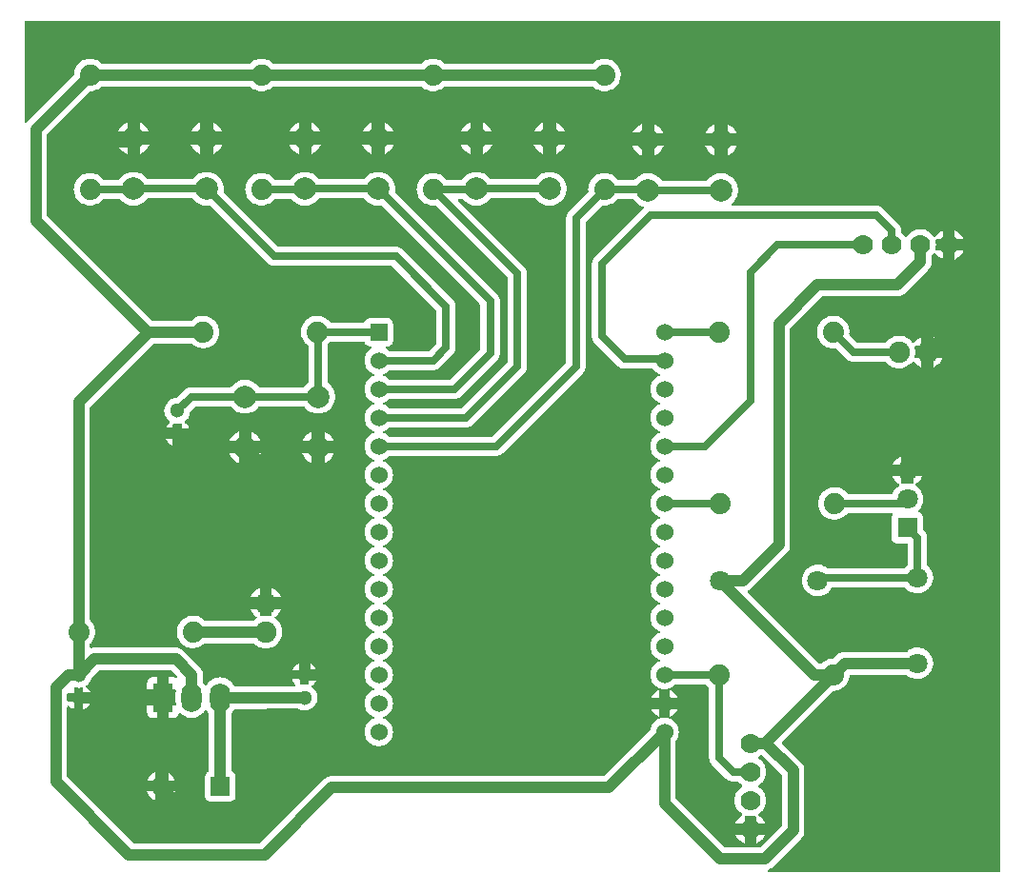
<source format=gtl>
G04 Layer: TopLayer*
G04 EasyEDA v6.5.22, 2022-12-28 23:50:03*
G04 d063097526e5497293d9c31780fe4a5b,1c40624b1397419d878b7769f07bb2b0,10*
G04 Gerber Generator version 0.2*
G04 Scale: 100 percent, Rotated: No, Reflected: No *
G04 Dimensions in millimeters *
G04 leading zeros omitted , absolute positions ,4 integer and 5 decimal *
%FSLAX45Y45*%
%MOMM*%

%ADD10C,1.0000*%
%ADD11C,0.7000*%
%ADD12C,1.8796*%
%ADD13C,1.3000*%
%ADD14C,1.9000*%
%ADD15C,1.8000*%
%ADD16C,1.7780*%
%ADD17R,1.8000X1.8000*%
%ADD18C,2.0000*%
%ADD19R,1.5240X1.5240*%
%ADD20C,1.5240*%
%ADD21O,1.7999964X2.5999948*%
%ADD22R,1.8000X2.6000*%
%ADD23R,1.7000X1.7000*%
%ADD24C,1.7000*%
%ADD25C,0.0172*%

%LPD*%
G36*
X6654952Y-1015492D02*
G01*
X6650990Y-1014679D01*
X6647637Y-1012393D01*
X6645452Y-1008938D01*
X6644792Y-1004976D01*
X6645757Y-1001014D01*
X6648196Y-997762D01*
X6651701Y-995730D01*
X6655155Y-994562D01*
X6666941Y-988720D01*
X6677863Y-981405D01*
X6688023Y-972515D01*
X6941515Y-719023D01*
X6950405Y-708863D01*
X6957720Y-697941D01*
X6963562Y-686155D01*
X6967778Y-673709D01*
X6970318Y-660806D01*
X6971233Y-647344D01*
X6971233Y-114655D01*
X6970318Y-101193D01*
X6967778Y-88290D01*
X6963562Y-75844D01*
X6957720Y-64058D01*
X6950405Y-53136D01*
X6941515Y-42976D01*
X6772351Y126187D01*
X6770166Y129438D01*
X6769404Y133350D01*
X6770166Y137261D01*
X6772351Y140512D01*
X7221220Y589381D01*
X7224369Y591515D01*
X7228128Y592378D01*
X7238644Y592683D01*
X7255002Y595020D01*
X7270953Y599186D01*
X7286294Y605180D01*
X7300925Y612902D01*
X7314539Y622198D01*
X7326985Y633018D01*
X7338161Y645160D01*
X7347813Y658469D01*
X7355941Y672846D01*
X7362393Y688035D01*
X7367016Y703884D01*
X7369809Y720140D01*
X7370267Y728116D01*
X7371232Y731824D01*
X7373467Y734923D01*
X7376668Y736955D01*
X7380427Y737666D01*
X7873593Y737666D01*
X7877149Y737057D01*
X7880248Y735228D01*
X7889798Y726948D01*
X7903057Y717905D01*
X7917230Y710387D01*
X7932166Y704596D01*
X7947710Y700532D01*
X7963560Y698246D01*
X7979613Y697788D01*
X7995615Y699160D01*
X8011312Y702310D01*
X8026552Y707288D01*
X8041182Y713943D01*
X8054898Y722223D01*
X8067598Y732028D01*
X8079130Y743204D01*
X8089239Y755599D01*
X8097926Y769112D01*
X8104987Y783488D01*
X8110423Y798626D01*
X8114030Y814222D01*
X8115858Y830173D01*
X8115858Y846226D01*
X8114030Y862177D01*
X8110423Y877773D01*
X8104987Y892911D01*
X8097926Y907287D01*
X8089239Y920800D01*
X8079130Y933196D01*
X8067598Y944371D01*
X8054898Y954176D01*
X8041182Y962456D01*
X8026552Y969111D01*
X8011312Y974090D01*
X7995615Y977239D01*
X7979613Y978611D01*
X7963560Y978153D01*
X7947710Y975868D01*
X7932166Y971803D01*
X7917230Y966012D01*
X7903057Y958494D01*
X7889798Y949452D01*
X7880248Y941171D01*
X7877149Y939342D01*
X7873593Y938682D01*
X7328255Y938682D01*
X7314793Y937818D01*
X7301890Y935278D01*
X7289444Y931011D01*
X7277658Y925220D01*
X7266736Y917905D01*
X7256576Y909015D01*
X7231481Y883919D01*
X7228078Y881684D01*
X7224014Y880973D01*
X7222185Y881024D01*
X7205725Y879602D01*
X7189571Y876300D01*
X7173874Y871219D01*
X7158888Y864362D01*
X7144766Y855878D01*
X7131710Y845769D01*
X7125716Y839978D01*
X7122464Y837844D01*
X7118654Y837082D01*
X7103821Y837082D01*
X7099960Y837895D01*
X7096658Y840079D01*
X6468059Y1468678D01*
X6465925Y1471828D01*
X6465112Y1475587D01*
X6465722Y1479397D01*
X6467703Y1482648D01*
X6470751Y1484985D01*
X6476441Y1487779D01*
X6487363Y1495094D01*
X6497523Y1503984D01*
X6814515Y1820976D01*
X6823405Y1831136D01*
X6830720Y1842058D01*
X6836562Y1853844D01*
X6840778Y1866290D01*
X6843318Y1879193D01*
X6844233Y1892655D01*
X6844233Y3814978D01*
X6844995Y3818839D01*
X6847179Y3822141D01*
X7125258Y4100220D01*
X7128560Y4102404D01*
X7132421Y4103166D01*
X7797444Y4103166D01*
X7810906Y4104081D01*
X7823809Y4106621D01*
X7836255Y4110837D01*
X7848041Y4116679D01*
X7858963Y4123994D01*
X7869123Y4132884D01*
X8071815Y4335576D01*
X8080705Y4345736D01*
X8088020Y4356658D01*
X8093862Y4368444D01*
X8098078Y4380890D01*
X8100618Y4393793D01*
X8101533Y4407255D01*
X8101533Y4459020D01*
X8102244Y4462780D01*
X8104276Y4465980D01*
X8107781Y4469688D01*
X8117484Y4482693D01*
X8119211Y4485741D01*
X8122005Y4488840D01*
X8125866Y4490567D01*
X8130133Y4490567D01*
X8133994Y4488840D01*
X8136788Y4485741D01*
X8138515Y4482693D01*
X8148218Y4469688D01*
X8159343Y4457903D01*
X8171738Y4447489D01*
X8185302Y4438599D01*
X8199780Y4431284D01*
X8204200Y4429709D01*
X8204200Y4508500D01*
X8144713Y4508500D01*
X8141004Y4509211D01*
X8137804Y4511192D01*
X8135569Y4514189D01*
X8134553Y4517847D01*
X8134959Y4521555D01*
X8136636Y4527143D01*
X8139430Y4543094D01*
X8140395Y4559300D01*
X8139430Y4575505D01*
X8136636Y4591456D01*
X8134959Y4597044D01*
X8134553Y4600752D01*
X8135569Y4604410D01*
X8137804Y4607407D01*
X8141004Y4609388D01*
X8144713Y4610100D01*
X8204200Y4610100D01*
X8204200Y4688890D01*
X8199780Y4687316D01*
X8185302Y4680000D01*
X8171738Y4671110D01*
X8159343Y4660696D01*
X8148218Y4648911D01*
X8138515Y4635906D01*
X8136788Y4632858D01*
X8133994Y4629759D01*
X8130133Y4628032D01*
X8125866Y4628032D01*
X8122005Y4629759D01*
X8119211Y4632858D01*
X8117484Y4635906D01*
X8107781Y4648911D01*
X8096656Y4660696D01*
X8084261Y4671110D01*
X8070697Y4680000D01*
X8056219Y4687316D01*
X8040979Y4692853D01*
X8025180Y4696561D01*
X8009128Y4698441D01*
X7992872Y4698441D01*
X7976819Y4696561D01*
X7961020Y4692853D01*
X7945780Y4687316D01*
X7931302Y4680000D01*
X7917738Y4671110D01*
X7905343Y4660696D01*
X7894218Y4648911D01*
X7884515Y4635906D01*
X7882788Y4632858D01*
X7879994Y4629759D01*
X7876133Y4628032D01*
X7871866Y4628032D01*
X7868005Y4629759D01*
X7865211Y4632858D01*
X7863484Y4635906D01*
X7853781Y4648911D01*
X7842656Y4660696D01*
X7836153Y4666183D01*
X7833461Y4669637D01*
X7832496Y4673955D01*
X7832496Y4686096D01*
X7832293Y4692396D01*
X7831632Y4698492D01*
X7830566Y4704486D01*
X7829042Y4710379D01*
X7827111Y4716170D01*
X7824774Y4721809D01*
X7822031Y4727295D01*
X7818932Y4732528D01*
X7815427Y4737557D01*
X7811617Y4742281D01*
X7807350Y4746904D01*
X7667904Y4886350D01*
X7663281Y4890617D01*
X7658557Y4894427D01*
X7653528Y4897932D01*
X7648295Y4901031D01*
X7642809Y4903774D01*
X7637170Y4906111D01*
X7631379Y4908042D01*
X7625486Y4909566D01*
X7619492Y4910632D01*
X7613396Y4911293D01*
X7607096Y4911496D01*
X6332677Y4911496D01*
X6328664Y4912309D01*
X6325362Y4914595D01*
X6323177Y4918049D01*
X6322517Y4922062D01*
X6323482Y4925974D01*
X6325870Y4929225D01*
X6336893Y4939080D01*
X6348171Y4951679D01*
X6357924Y4965446D01*
X6366103Y4980228D01*
X6372555Y4995824D01*
X6377228Y5012029D01*
X6380022Y5028641D01*
X6380988Y5045506D01*
X6380022Y5062372D01*
X6377228Y5078984D01*
X6372555Y5095189D01*
X6366103Y5110784D01*
X6357924Y5125567D01*
X6348171Y5139334D01*
X6336893Y5151932D01*
X6324346Y5163159D01*
X6310579Y5172913D01*
X6295796Y5181092D01*
X6280200Y5187543D01*
X6263995Y5192217D01*
X6247333Y5195062D01*
X6230518Y5195976D01*
X6213652Y5195062D01*
X6196990Y5192217D01*
X6180785Y5187543D01*
X6165189Y5181092D01*
X6150406Y5172913D01*
X6136640Y5163159D01*
X6124092Y5151932D01*
X6112814Y5139334D01*
X6109970Y5135321D01*
X6107734Y5132984D01*
X6104839Y5131511D01*
X6101689Y5131003D01*
X5709310Y5131003D01*
X5706160Y5131511D01*
X5703265Y5132984D01*
X5701030Y5135321D01*
X5698185Y5139334D01*
X5686907Y5151932D01*
X5674360Y5163159D01*
X5660593Y5172913D01*
X5645810Y5181092D01*
X5630214Y5187543D01*
X5614009Y5192217D01*
X5597347Y5195062D01*
X5580532Y5195976D01*
X5563666Y5195062D01*
X5547004Y5192217D01*
X5530799Y5187543D01*
X5515203Y5181092D01*
X5500420Y5172913D01*
X5486654Y5163159D01*
X5474106Y5151932D01*
X5466588Y5143500D01*
X5463133Y5141010D01*
X5458968Y5140096D01*
X5315712Y5140096D01*
X5311495Y5141010D01*
X5308041Y5143601D01*
X5297881Y5155285D01*
X5285740Y5166461D01*
X5272430Y5176113D01*
X5258054Y5184241D01*
X5242864Y5190693D01*
X5227015Y5195316D01*
X5210759Y5198110D01*
X5194300Y5199075D01*
X5177840Y5198110D01*
X5161584Y5195316D01*
X5145735Y5190693D01*
X5130546Y5184241D01*
X5116169Y5176113D01*
X5102860Y5166461D01*
X5090718Y5155285D01*
X5079898Y5142839D01*
X5070602Y5129225D01*
X5062880Y5114594D01*
X5056886Y5099253D01*
X5052720Y5083302D01*
X5050383Y5066944D01*
X5049875Y5050485D01*
X5050993Y5037378D01*
X5050434Y5033010D01*
X5048097Y5029301D01*
X4879949Y4861204D01*
X4875682Y4856581D01*
X4871872Y4851857D01*
X4868367Y4846828D01*
X4865268Y4841595D01*
X4862525Y4836109D01*
X4860188Y4830470D01*
X4858258Y4824679D01*
X4856734Y4818786D01*
X4855667Y4812792D01*
X4855006Y4806696D01*
X4854803Y4800396D01*
X4854803Y3519424D01*
X4854041Y3515563D01*
X4851806Y3512261D01*
X4196638Y2857042D01*
X4193336Y2854858D01*
X4189425Y2854096D01*
X3285286Y2854096D01*
X3281375Y2854858D01*
X3278073Y2857042D01*
X3271723Y2863443D01*
X3259632Y2872892D01*
X3246577Y2880817D01*
X3234232Y2886354D01*
X3231032Y2888589D01*
X3228949Y2891840D01*
X3228238Y2895600D01*
X3228949Y2899410D01*
X3231032Y2902661D01*
X3234232Y2904896D01*
X3246577Y2910433D01*
X3259632Y2918358D01*
X3271723Y2927807D01*
X3277971Y2934106D01*
X3281273Y2936290D01*
X3285185Y2937052D01*
X3962196Y2937052D01*
X3968496Y2937306D01*
X3974541Y2937967D01*
X3980535Y2939034D01*
X3986479Y2940558D01*
X3992270Y2942488D01*
X3997909Y2944774D01*
X4003344Y2947517D01*
X4008577Y2950667D01*
X4013606Y2954121D01*
X4018381Y2957931D01*
X4022953Y2962249D01*
X4479950Y3419195D01*
X4484217Y3423818D01*
X4488027Y3428542D01*
X4491532Y3433572D01*
X4494631Y3438804D01*
X4497374Y3444290D01*
X4499711Y3449929D01*
X4501642Y3455720D01*
X4503166Y3461613D01*
X4504232Y3467608D01*
X4504893Y3473704D01*
X4505096Y3480003D01*
X4505096Y4305096D01*
X4504893Y4311396D01*
X4504232Y4317492D01*
X4503166Y4323486D01*
X4501642Y4329379D01*
X4499711Y4335170D01*
X4497374Y4340809D01*
X4494631Y4346295D01*
X4491532Y4351528D01*
X4488027Y4356557D01*
X4484217Y4361281D01*
X4479950Y4365904D01*
X3894074Y4951730D01*
X3891889Y4955032D01*
X3891127Y4958943D01*
X3891889Y4962804D01*
X3894074Y4966106D01*
X3897376Y4968341D01*
X3901287Y4969103D01*
X3930243Y4969103D01*
X3933444Y4968595D01*
X3936288Y4967122D01*
X3950106Y4951780D01*
X3962654Y4940554D01*
X3976420Y4930800D01*
X3991203Y4922621D01*
X4006799Y4916170D01*
X4023004Y4911496D01*
X4039666Y4908651D01*
X4056532Y4907737D01*
X4073347Y4908651D01*
X4090009Y4911496D01*
X4106214Y4916170D01*
X4121810Y4922621D01*
X4136593Y4930800D01*
X4150360Y4940554D01*
X4162907Y4951780D01*
X4174185Y4964379D01*
X4177029Y4968443D01*
X4179265Y4970729D01*
X4182160Y4972202D01*
X4185310Y4972710D01*
X4577689Y4972710D01*
X4580839Y4972202D01*
X4583734Y4970729D01*
X4585970Y4968443D01*
X4588814Y4964379D01*
X4600092Y4951780D01*
X4612640Y4940554D01*
X4626406Y4930800D01*
X4641189Y4922621D01*
X4656785Y4916170D01*
X4672990Y4911496D01*
X4689652Y4908651D01*
X4706518Y4907737D01*
X4723333Y4908651D01*
X4739995Y4911496D01*
X4756200Y4916170D01*
X4771796Y4922621D01*
X4786579Y4930800D01*
X4800346Y4940554D01*
X4812893Y4951780D01*
X4824171Y4964379D01*
X4833924Y4978146D01*
X4842103Y4992928D01*
X4848555Y5008524D01*
X4853228Y5024729D01*
X4856022Y5041341D01*
X4856988Y5058206D01*
X4856022Y5075072D01*
X4853228Y5091684D01*
X4848555Y5107889D01*
X4842103Y5123484D01*
X4833924Y5138267D01*
X4824171Y5152034D01*
X4812893Y5164632D01*
X4800346Y5175859D01*
X4786579Y5185613D01*
X4771796Y5193792D01*
X4756200Y5200243D01*
X4739995Y5204917D01*
X4723333Y5207762D01*
X4706518Y5208676D01*
X4689652Y5207762D01*
X4672990Y5204917D01*
X4656785Y5200243D01*
X4641189Y5193792D01*
X4626406Y5185613D01*
X4612640Y5175859D01*
X4600092Y5164632D01*
X4588814Y5152034D01*
X4585970Y5148021D01*
X4583734Y5145684D01*
X4580839Y5144211D01*
X4577689Y5143703D01*
X4185310Y5143703D01*
X4182160Y5144211D01*
X4179265Y5145684D01*
X4177029Y5148021D01*
X4174185Y5152034D01*
X4162907Y5164632D01*
X4150360Y5175859D01*
X4136593Y5185613D01*
X4121810Y5193792D01*
X4106214Y5200243D01*
X4090009Y5204917D01*
X4073347Y5207762D01*
X4056532Y5208676D01*
X4039666Y5207762D01*
X4023004Y5204917D01*
X4006799Y5200243D01*
X3991203Y5193792D01*
X3976420Y5185613D01*
X3962654Y5175859D01*
X3950106Y5164632D01*
X3938828Y5152034D01*
X3933444Y5144363D01*
X3931158Y5142077D01*
X3928313Y5140604D01*
X3925112Y5140096D01*
X3791712Y5140096D01*
X3787495Y5141010D01*
X3784041Y5143601D01*
X3773881Y5155285D01*
X3761740Y5166461D01*
X3748430Y5176113D01*
X3734054Y5184241D01*
X3718864Y5190693D01*
X3703015Y5195316D01*
X3686759Y5198110D01*
X3670300Y5199075D01*
X3653840Y5198110D01*
X3637584Y5195316D01*
X3621735Y5190693D01*
X3606546Y5184241D01*
X3592169Y5176113D01*
X3578860Y5166461D01*
X3566718Y5155285D01*
X3555898Y5142839D01*
X3546601Y5129225D01*
X3538880Y5114594D01*
X3532886Y5099253D01*
X3528720Y5083302D01*
X3526383Y5066944D01*
X3525875Y5050485D01*
X3527298Y5034026D01*
X3530600Y5017871D01*
X3535679Y5002174D01*
X3542537Y4987188D01*
X3551021Y4973066D01*
X3561130Y4960010D01*
X3572611Y4948174D01*
X3585362Y4937709D01*
X3599281Y4928819D01*
X3614064Y4921504D01*
X3629609Y4915966D01*
X3645662Y4912258D01*
X3662070Y4910378D01*
X3678529Y4910378D01*
X3687165Y4911344D01*
X3690213Y4911242D01*
X3693109Y4910226D01*
X3695547Y4908448D01*
X4331106Y4272838D01*
X4333341Y4269536D01*
X4334103Y4265676D01*
X4334103Y3519424D01*
X4333341Y3515563D01*
X4331106Y3512261D01*
X3929938Y3111042D01*
X3926636Y3108858D01*
X3922725Y3108096D01*
X3285286Y3108096D01*
X3281375Y3108858D01*
X3278073Y3111042D01*
X3271723Y3117443D01*
X3259632Y3126892D01*
X3246577Y3134817D01*
X3234232Y3140354D01*
X3231032Y3142589D01*
X3228949Y3145840D01*
X3228238Y3149600D01*
X3228949Y3153410D01*
X3231032Y3156661D01*
X3234232Y3158896D01*
X3246577Y3164433D01*
X3259632Y3172358D01*
X3271723Y3181807D01*
X3277971Y3188106D01*
X3281273Y3190290D01*
X3285185Y3191052D01*
X3860596Y3191052D01*
X3866896Y3191306D01*
X3872941Y3191967D01*
X3878935Y3193034D01*
X3884879Y3194558D01*
X3890670Y3196488D01*
X3896309Y3198774D01*
X3901744Y3201517D01*
X3906977Y3204667D01*
X3912006Y3208121D01*
X3916781Y3211931D01*
X3921353Y3216249D01*
X4238650Y3533495D01*
X4242917Y3538118D01*
X4246727Y3542842D01*
X4250232Y3547872D01*
X4253331Y3553104D01*
X4256074Y3558590D01*
X4258411Y3564229D01*
X4260342Y3570020D01*
X4261866Y3575913D01*
X4262932Y3581908D01*
X4263593Y3588004D01*
X4263796Y3594303D01*
X4263796Y4062222D01*
X4263593Y4068521D01*
X4262932Y4074566D01*
X4261866Y4080560D01*
X4260342Y4086504D01*
X4258411Y4092295D01*
X4256074Y4097934D01*
X4253331Y4103370D01*
X4250232Y4108602D01*
X4246727Y4113631D01*
X4242917Y4118406D01*
X4238650Y4122978D01*
X3334054Y5027574D01*
X3332175Y5030216D01*
X3331159Y5033264D01*
X3331210Y5036464D01*
X3332022Y5041341D01*
X3332987Y5058206D01*
X3332022Y5075072D01*
X3329228Y5091684D01*
X3324555Y5107889D01*
X3318103Y5123484D01*
X3309924Y5138267D01*
X3300171Y5152034D01*
X3288893Y5164632D01*
X3276346Y5175859D01*
X3262579Y5185613D01*
X3247796Y5193792D01*
X3232200Y5200243D01*
X3215995Y5204917D01*
X3199333Y5207762D01*
X3182518Y5208676D01*
X3165652Y5207762D01*
X3148990Y5204917D01*
X3132785Y5200243D01*
X3117189Y5193792D01*
X3102406Y5185613D01*
X3088640Y5175859D01*
X3076092Y5164632D01*
X3064814Y5152034D01*
X3061970Y5148021D01*
X3059734Y5145684D01*
X3056839Y5144211D01*
X3053689Y5143703D01*
X2661310Y5143703D01*
X2658160Y5144211D01*
X2655265Y5145684D01*
X2653030Y5148021D01*
X2650185Y5152034D01*
X2638907Y5164632D01*
X2626360Y5175859D01*
X2612593Y5185613D01*
X2597810Y5193792D01*
X2582214Y5200243D01*
X2566009Y5204917D01*
X2549347Y5207762D01*
X2532532Y5208676D01*
X2515666Y5207762D01*
X2499004Y5204917D01*
X2482799Y5200243D01*
X2467203Y5193792D01*
X2452420Y5185613D01*
X2438654Y5175859D01*
X2426106Y5164632D01*
X2414828Y5152034D01*
X2409444Y5144363D01*
X2407158Y5142077D01*
X2404313Y5140604D01*
X2401112Y5140096D01*
X2267712Y5140096D01*
X2263495Y5141010D01*
X2260041Y5143601D01*
X2249881Y5155285D01*
X2237740Y5166461D01*
X2224430Y5176113D01*
X2210054Y5184241D01*
X2194864Y5190693D01*
X2179015Y5195316D01*
X2162759Y5198110D01*
X2146300Y5199075D01*
X2129840Y5198110D01*
X2113584Y5195316D01*
X2097735Y5190693D01*
X2082546Y5184241D01*
X2068169Y5176113D01*
X2054860Y5166461D01*
X2042718Y5155285D01*
X2031898Y5142839D01*
X2022602Y5129225D01*
X2014880Y5114594D01*
X2008886Y5099253D01*
X2004720Y5083302D01*
X2002383Y5066944D01*
X2001875Y5050485D01*
X2003298Y5034026D01*
X2006600Y5017871D01*
X2011680Y5002174D01*
X2018538Y4987188D01*
X2027021Y4973066D01*
X2037130Y4960010D01*
X2048611Y4948174D01*
X2061362Y4937709D01*
X2075281Y4928819D01*
X2090064Y4921504D01*
X2105609Y4915966D01*
X2121662Y4912258D01*
X2138070Y4910378D01*
X2154529Y4910378D01*
X2170938Y4912258D01*
X2186990Y4915966D01*
X2202535Y4921504D01*
X2217318Y4928819D01*
X2231237Y4937709D01*
X2243988Y4948174D01*
X2255469Y4960010D01*
X2259431Y4965141D01*
X2261666Y4967274D01*
X2264460Y4968646D01*
X2267508Y4969103D01*
X2406243Y4969103D01*
X2409444Y4968595D01*
X2412288Y4967122D01*
X2426106Y4951780D01*
X2438654Y4940554D01*
X2452420Y4930800D01*
X2467203Y4922621D01*
X2482799Y4916170D01*
X2499004Y4911496D01*
X2515666Y4908651D01*
X2532532Y4907737D01*
X2549347Y4908651D01*
X2566009Y4911496D01*
X2582214Y4916170D01*
X2597810Y4922621D01*
X2612593Y4930800D01*
X2626360Y4940554D01*
X2638907Y4951780D01*
X2650185Y4964379D01*
X2653030Y4968443D01*
X2655265Y4970729D01*
X2658160Y4972202D01*
X2661310Y4972710D01*
X3053689Y4972710D01*
X3056839Y4972202D01*
X3059734Y4970729D01*
X3061970Y4968443D01*
X3064814Y4964379D01*
X3076092Y4951780D01*
X3088640Y4940554D01*
X3102406Y4930800D01*
X3117189Y4922621D01*
X3132785Y4916170D01*
X3148990Y4911496D01*
X3165652Y4908651D01*
X3182518Y4907737D01*
X3199333Y4908651D01*
X3204210Y4909515D01*
X3207461Y4909515D01*
X3210509Y4908550D01*
X3213100Y4906670D01*
X4089806Y4029964D01*
X4092041Y4026662D01*
X4092803Y4022750D01*
X4092803Y3633724D01*
X4092041Y3629863D01*
X4089806Y3626561D01*
X3828338Y3365042D01*
X3825036Y3362858D01*
X3821125Y3362096D01*
X3285286Y3362096D01*
X3281375Y3362858D01*
X3278073Y3365042D01*
X3271723Y3371443D01*
X3259632Y3380892D01*
X3246577Y3388817D01*
X3234232Y3394354D01*
X3231032Y3396589D01*
X3228949Y3399840D01*
X3228238Y3403600D01*
X3228949Y3407410D01*
X3231032Y3410661D01*
X3234232Y3412896D01*
X3246577Y3418433D01*
X3259632Y3426358D01*
X3271723Y3435807D01*
X3277971Y3442106D01*
X3281273Y3444290D01*
X3285185Y3445052D01*
X3670096Y3445052D01*
X3676396Y3445306D01*
X3682441Y3445967D01*
X3688435Y3447034D01*
X3694379Y3448558D01*
X3700170Y3450488D01*
X3705809Y3452774D01*
X3711244Y3455517D01*
X3716477Y3458667D01*
X3721506Y3462121D01*
X3726281Y3465931D01*
X3730853Y3470249D01*
X3844950Y3584295D01*
X3849217Y3588918D01*
X3853027Y3593642D01*
X3856532Y3598672D01*
X3859631Y3603904D01*
X3862374Y3609390D01*
X3864711Y3615029D01*
X3866642Y3620820D01*
X3868165Y3626713D01*
X3869232Y3632708D01*
X3869893Y3638804D01*
X3870096Y3645103D01*
X3870096Y4012996D01*
X3869893Y4019296D01*
X3869232Y4025392D01*
X3868165Y4031386D01*
X3866642Y4037279D01*
X3864711Y4043070D01*
X3862374Y4048709D01*
X3859631Y4054195D01*
X3856532Y4059428D01*
X3853027Y4064457D01*
X3849217Y4069181D01*
X3844950Y4073804D01*
X3400704Y4518050D01*
X3396081Y4522317D01*
X3391357Y4526127D01*
X3386328Y4529632D01*
X3381095Y4532731D01*
X3375609Y4535474D01*
X3369970Y4537811D01*
X3364179Y4539742D01*
X3358286Y4541266D01*
X3352292Y4542332D01*
X3346196Y4542993D01*
X3339896Y4543196D01*
X2298649Y4543196D01*
X2294737Y4543958D01*
X2291435Y4546193D01*
X1810054Y5027574D01*
X1808175Y5030216D01*
X1807159Y5033264D01*
X1807210Y5036464D01*
X1808022Y5041341D01*
X1808988Y5058206D01*
X1808022Y5075072D01*
X1805228Y5091684D01*
X1800555Y5107889D01*
X1794103Y5123484D01*
X1785924Y5138267D01*
X1776171Y5152034D01*
X1764893Y5164632D01*
X1752346Y5175859D01*
X1738579Y5185613D01*
X1723796Y5193792D01*
X1708200Y5200243D01*
X1691995Y5204917D01*
X1675333Y5207762D01*
X1658518Y5208676D01*
X1641652Y5207762D01*
X1624990Y5204917D01*
X1608785Y5200243D01*
X1593189Y5193792D01*
X1578406Y5185613D01*
X1564640Y5175859D01*
X1552092Y5164632D01*
X1540814Y5152034D01*
X1537970Y5148021D01*
X1535734Y5145684D01*
X1532839Y5144211D01*
X1529689Y5143703D01*
X1137310Y5143703D01*
X1134160Y5144211D01*
X1131265Y5145684D01*
X1129030Y5148021D01*
X1126185Y5152034D01*
X1114907Y5164632D01*
X1102360Y5175859D01*
X1088593Y5185613D01*
X1073810Y5193792D01*
X1058214Y5200243D01*
X1042009Y5204917D01*
X1025347Y5207762D01*
X1008532Y5208676D01*
X991666Y5207762D01*
X975004Y5204917D01*
X958799Y5200243D01*
X943203Y5193792D01*
X928420Y5185613D01*
X914653Y5175859D01*
X902106Y5164632D01*
X890828Y5152034D01*
X885444Y5144363D01*
X883158Y5142077D01*
X880313Y5140604D01*
X877112Y5140096D01*
X743712Y5140096D01*
X739495Y5141010D01*
X736041Y5143601D01*
X725881Y5155285D01*
X713740Y5166461D01*
X700430Y5176113D01*
X686054Y5184241D01*
X670864Y5190693D01*
X655015Y5195316D01*
X638759Y5198110D01*
X622300Y5199075D01*
X605840Y5198110D01*
X589584Y5195316D01*
X573735Y5190693D01*
X558546Y5184241D01*
X544169Y5176113D01*
X530860Y5166461D01*
X518718Y5155285D01*
X507898Y5142839D01*
X498601Y5129225D01*
X490880Y5114594D01*
X484885Y5099253D01*
X480720Y5083302D01*
X478383Y5066944D01*
X477875Y5050485D01*
X479298Y5034026D01*
X482600Y5017871D01*
X487680Y5002174D01*
X494538Y4987188D01*
X503021Y4973066D01*
X513130Y4960010D01*
X524611Y4948174D01*
X537362Y4937709D01*
X551281Y4928819D01*
X566064Y4921504D01*
X581609Y4915966D01*
X597662Y4912258D01*
X614070Y4910378D01*
X630529Y4910378D01*
X646938Y4912258D01*
X662990Y4915966D01*
X678535Y4921504D01*
X693318Y4928819D01*
X707237Y4937709D01*
X719988Y4948174D01*
X731469Y4960010D01*
X735431Y4965141D01*
X737666Y4967274D01*
X740460Y4968646D01*
X743508Y4969103D01*
X882243Y4969103D01*
X885444Y4968595D01*
X888288Y4967122D01*
X902106Y4951780D01*
X914653Y4940554D01*
X928420Y4930800D01*
X943203Y4922621D01*
X958799Y4916170D01*
X975004Y4911496D01*
X991666Y4908651D01*
X1008532Y4907737D01*
X1025347Y4908651D01*
X1042009Y4911496D01*
X1058214Y4916170D01*
X1073810Y4922621D01*
X1088593Y4930800D01*
X1102360Y4940554D01*
X1114907Y4951780D01*
X1126185Y4964379D01*
X1129030Y4968443D01*
X1131265Y4970729D01*
X1134160Y4972202D01*
X1137310Y4972710D01*
X1529689Y4972710D01*
X1532839Y4972202D01*
X1535734Y4970729D01*
X1537970Y4968443D01*
X1540814Y4964379D01*
X1552092Y4951780D01*
X1564640Y4940554D01*
X1578406Y4930800D01*
X1593189Y4922621D01*
X1608785Y4916170D01*
X1624990Y4911496D01*
X1641652Y4908651D01*
X1658518Y4907737D01*
X1675333Y4908651D01*
X1680210Y4909515D01*
X1683461Y4909515D01*
X1686509Y4908550D01*
X1689100Y4906670D01*
X2198420Y4397349D01*
X2202992Y4393082D01*
X2207768Y4389272D01*
X2212797Y4385767D01*
X2218029Y4382668D01*
X2223465Y4379925D01*
X2229104Y4377588D01*
X2234895Y4375658D01*
X2240838Y4374134D01*
X2246833Y4373067D01*
X2252878Y4372406D01*
X2259177Y4372203D01*
X3300476Y4372203D01*
X3304336Y4371441D01*
X3307638Y4369206D01*
X3696106Y3980738D01*
X3698341Y3977436D01*
X3699103Y3973576D01*
X3699103Y3684524D01*
X3698341Y3680663D01*
X3696106Y3677361D01*
X3637838Y3619042D01*
X3634536Y3616858D01*
X3630625Y3616096D01*
X3285286Y3616096D01*
X3281375Y3616858D01*
X3278073Y3619042D01*
X3271723Y3625443D01*
X3259632Y3634892D01*
X3252774Y3639058D01*
X3249574Y3642055D01*
X3247999Y3646119D01*
X3248202Y3650487D01*
X3250285Y3654348D01*
X3253740Y3656990D01*
X3258007Y3657904D01*
X3263442Y3657904D01*
X3272637Y3658717D01*
X3281172Y3661003D01*
X3289096Y3664712D01*
X3296310Y3669741D01*
X3302558Y3675989D01*
X3307587Y3683203D01*
X3311296Y3691178D01*
X3313582Y3699662D01*
X3314395Y3708857D01*
X3314395Y3860393D01*
X3313582Y3869588D01*
X3311296Y3878072D01*
X3307587Y3886047D01*
X3302558Y3893261D01*
X3296310Y3899509D01*
X3289096Y3904538D01*
X3281172Y3908247D01*
X3272637Y3910533D01*
X3263442Y3911346D01*
X3111906Y3911346D01*
X3102711Y3910533D01*
X3094228Y3908247D01*
X3086252Y3904538D01*
X3079038Y3899509D01*
X3072841Y3893261D01*
X3067761Y3886047D01*
X3063951Y3877665D01*
X3061919Y3873754D01*
X3058414Y3871061D01*
X3054146Y3870096D01*
X2762808Y3870096D01*
X2758440Y3871112D01*
X2754934Y3873855D01*
X2748026Y3882288D01*
X2736189Y3893769D01*
X2723134Y3903878D01*
X2709011Y3912362D01*
X2694025Y3919220D01*
X2678328Y3924300D01*
X2662174Y3927601D01*
X2645714Y3929024D01*
X2629255Y3928516D01*
X2612898Y3926179D01*
X2596946Y3922014D01*
X2581605Y3916019D01*
X2566974Y3908298D01*
X2553360Y3899001D01*
X2540914Y3888181D01*
X2529738Y3876040D01*
X2520086Y3862730D01*
X2511958Y3848354D01*
X2505506Y3833164D01*
X2500884Y3817315D01*
X2498090Y3801059D01*
X2497124Y3784600D01*
X2498090Y3768140D01*
X2500884Y3751884D01*
X2505506Y3736035D01*
X2511958Y3720846D01*
X2520086Y3706469D01*
X2529738Y3693160D01*
X2540914Y3681018D01*
X2553360Y3670198D01*
X2559151Y3666236D01*
X2561539Y3664000D01*
X2563063Y3661105D01*
X2563571Y3657854D01*
X2563571Y3338322D01*
X2563063Y3335121D01*
X2561590Y3332276D01*
X2559304Y3330041D01*
X2555240Y3327146D01*
X2542692Y3315919D01*
X2531414Y3303320D01*
X2528570Y3299256D01*
X2526334Y3296970D01*
X2523439Y3295497D01*
X2520289Y3294989D01*
X2127910Y3294989D01*
X2124760Y3295497D01*
X2121865Y3296970D01*
X2119630Y3299256D01*
X2116785Y3303320D01*
X2105507Y3315919D01*
X2092960Y3327146D01*
X2079193Y3336899D01*
X2064410Y3345078D01*
X2048814Y3351529D01*
X2032609Y3356203D01*
X2015947Y3359048D01*
X1999132Y3359962D01*
X1982266Y3359048D01*
X1965604Y3356203D01*
X1949399Y3351529D01*
X1933803Y3345078D01*
X1919020Y3336899D01*
X1905254Y3327146D01*
X1892706Y3315919D01*
X1881428Y3303320D01*
X1878584Y3299256D01*
X1876348Y3296970D01*
X1873453Y3295497D01*
X1870303Y3294989D01*
X1522171Y3294989D01*
X1515872Y3294786D01*
X1509826Y3294126D01*
X1503832Y3293059D01*
X1497888Y3291535D01*
X1492097Y3289604D01*
X1486458Y3287268D01*
X1481023Y3284524D01*
X1475790Y3281426D01*
X1470761Y3277920D01*
X1465986Y3274110D01*
X1461414Y3269843D01*
X1393901Y3202330D01*
X1390904Y3200247D01*
X1387348Y3199384D01*
X1382522Y3199079D01*
X1368298Y3196336D01*
X1354480Y3191865D01*
X1341374Y3185718D01*
X1329131Y3177946D01*
X1317955Y3168700D01*
X1307998Y3158134D01*
X1299514Y3146399D01*
X1292504Y3133648D01*
X1287170Y3120186D01*
X1283563Y3106115D01*
X1281734Y3091738D01*
X1281734Y3077260D01*
X1283563Y3062884D01*
X1287170Y3048812D01*
X1292504Y3035350D01*
X1299514Y3022600D01*
X1307998Y3010865D01*
X1317955Y3000298D01*
X1327607Y2992323D01*
X1330299Y2988818D01*
X1331264Y2984500D01*
X1330299Y2980182D01*
X1327607Y2976676D01*
X1317955Y2968701D01*
X1307998Y2958134D01*
X1299514Y2946400D01*
X1292504Y2933649D01*
X1288440Y2923336D01*
X1358138Y2923336D01*
X1358138Y2962300D01*
X1359103Y2966618D01*
X1361846Y2970123D01*
X1365808Y2972155D01*
X1370228Y2972257D01*
X1382522Y2969920D01*
X1397000Y2969006D01*
X1411478Y2969920D01*
X1423771Y2972257D01*
X1428242Y2972155D01*
X1432153Y2970123D01*
X1434896Y2966618D01*
X1435862Y2962300D01*
X1435862Y2923336D01*
X1505559Y2923336D01*
X1501495Y2933649D01*
X1494485Y2946400D01*
X1486001Y2958134D01*
X1476044Y2968701D01*
X1466392Y2976676D01*
X1463700Y2980182D01*
X1462735Y2984500D01*
X1463700Y2988818D01*
X1466392Y2992323D01*
X1476044Y3000298D01*
X1486001Y3010865D01*
X1494485Y3022600D01*
X1501495Y3035350D01*
X1506829Y3048812D01*
X1510436Y3062884D01*
X1512062Y3075635D01*
X1513027Y3078784D01*
X1514957Y3081528D01*
X1554429Y3120999D01*
X1557731Y3123184D01*
X1561642Y3123996D01*
X1870303Y3123996D01*
X1873453Y3123488D01*
X1876348Y3122015D01*
X1878584Y3119678D01*
X1881428Y3115665D01*
X1892706Y3103067D01*
X1905254Y3091840D01*
X1919020Y3082086D01*
X1933803Y3073908D01*
X1949399Y3067456D01*
X1965604Y3062782D01*
X1982266Y3059938D01*
X1999132Y3059023D01*
X2015947Y3059938D01*
X2032609Y3062782D01*
X2048814Y3067456D01*
X2064410Y3073908D01*
X2079193Y3082086D01*
X2092960Y3091840D01*
X2105507Y3103067D01*
X2116785Y3115665D01*
X2119630Y3119729D01*
X2121865Y3122015D01*
X2124760Y3123488D01*
X2127910Y3123996D01*
X2520289Y3123996D01*
X2523439Y3123488D01*
X2526334Y3122015D01*
X2528570Y3119729D01*
X2531414Y3115665D01*
X2542692Y3103067D01*
X2555240Y3091840D01*
X2569006Y3082086D01*
X2583789Y3073908D01*
X2599385Y3067456D01*
X2615590Y3062782D01*
X2632252Y3059938D01*
X2649118Y3059023D01*
X2665933Y3059938D01*
X2682595Y3062782D01*
X2698800Y3067456D01*
X2714396Y3073908D01*
X2729179Y3082086D01*
X2742946Y3091840D01*
X2755493Y3103067D01*
X2766771Y3115665D01*
X2776524Y3129432D01*
X2784703Y3144215D01*
X2791155Y3159810D01*
X2795828Y3176016D01*
X2798622Y3192627D01*
X2799588Y3209493D01*
X2798622Y3226358D01*
X2795828Y3242970D01*
X2791155Y3259175D01*
X2784703Y3274771D01*
X2776524Y3289554D01*
X2766771Y3303320D01*
X2755493Y3315919D01*
X2742946Y3327146D01*
X2738882Y3330041D01*
X2736596Y3332276D01*
X2735122Y3335121D01*
X2734614Y3338322D01*
X2734614Y3669537D01*
X2735427Y3673500D01*
X2737662Y3676853D01*
X2748026Y3686911D01*
X2754934Y3695344D01*
X2758440Y3698138D01*
X2762808Y3699103D01*
X3054146Y3699103D01*
X3058414Y3698138D01*
X3061919Y3695496D01*
X3067761Y3683203D01*
X3072841Y3675989D01*
X3079038Y3669741D01*
X3086252Y3664712D01*
X3094228Y3661003D01*
X3102711Y3658717D01*
X3111906Y3657904D01*
X3117392Y3657904D01*
X3121609Y3656990D01*
X3125114Y3654348D01*
X3127146Y3650487D01*
X3127400Y3646119D01*
X3125774Y3642055D01*
X3122625Y3639058D01*
X3115716Y3634892D01*
X3103676Y3625443D01*
X3092856Y3614623D01*
X3083407Y3602583D01*
X3075533Y3589477D01*
X3069234Y3575558D01*
X3064662Y3560927D01*
X3061919Y3545890D01*
X3061004Y3530600D01*
X3061919Y3515360D01*
X3064662Y3500323D01*
X3069234Y3485692D01*
X3075533Y3471773D01*
X3083407Y3458667D01*
X3092856Y3446627D01*
X3103676Y3435807D01*
X3115716Y3426358D01*
X3128822Y3418433D01*
X3141167Y3412896D01*
X3144316Y3410661D01*
X3146399Y3407410D01*
X3147161Y3403600D01*
X3146399Y3399840D01*
X3144316Y3396589D01*
X3141167Y3394354D01*
X3128822Y3388817D01*
X3115716Y3380892D01*
X3103676Y3371443D01*
X3092856Y3360623D01*
X3083407Y3348583D01*
X3075533Y3335477D01*
X3069234Y3321558D01*
X3064662Y3306927D01*
X3061919Y3291890D01*
X3061004Y3276600D01*
X3061919Y3261360D01*
X3064662Y3246323D01*
X3069234Y3231692D01*
X3075533Y3217773D01*
X3083407Y3204667D01*
X3092856Y3192627D01*
X3103676Y3181807D01*
X3115716Y3172358D01*
X3128822Y3164433D01*
X3141167Y3158896D01*
X3144316Y3156661D01*
X3146399Y3153410D01*
X3147161Y3149600D01*
X3146399Y3145840D01*
X3144316Y3142589D01*
X3141167Y3140354D01*
X3128822Y3134817D01*
X3115716Y3126892D01*
X3103676Y3117443D01*
X3092856Y3106623D01*
X3083407Y3094583D01*
X3075533Y3081477D01*
X3069234Y3067558D01*
X3064662Y3052927D01*
X3061919Y3037890D01*
X3061004Y3022600D01*
X3061919Y3007360D01*
X3064662Y2992323D01*
X3069234Y2977692D01*
X3075533Y2963773D01*
X3083407Y2950667D01*
X3092856Y2938627D01*
X3103676Y2927807D01*
X3115716Y2918358D01*
X3128822Y2910433D01*
X3141167Y2904896D01*
X3144316Y2902661D01*
X3146399Y2899410D01*
X3147161Y2895600D01*
X3146399Y2891840D01*
X3144316Y2888589D01*
X3141167Y2886354D01*
X3128822Y2880817D01*
X3115716Y2872892D01*
X3103676Y2863443D01*
X3092856Y2852623D01*
X3083407Y2840583D01*
X3075533Y2827477D01*
X3069234Y2813558D01*
X3064662Y2798927D01*
X3061919Y2783890D01*
X3061004Y2768600D01*
X3061919Y2753360D01*
X3064662Y2738323D01*
X3069234Y2723692D01*
X3075533Y2709773D01*
X3083407Y2696667D01*
X3092856Y2684627D01*
X3103676Y2673807D01*
X3115716Y2664358D01*
X3128822Y2656433D01*
X3141167Y2650896D01*
X3144316Y2648661D01*
X3146399Y2645410D01*
X3147161Y2641600D01*
X3146399Y2637840D01*
X3144316Y2634589D01*
X3141167Y2632354D01*
X3128822Y2626817D01*
X3115716Y2618892D01*
X3103676Y2609443D01*
X3092856Y2598623D01*
X3083407Y2586583D01*
X3075533Y2573477D01*
X3069234Y2559558D01*
X3064662Y2544927D01*
X3061919Y2529890D01*
X3061004Y2514600D01*
X3061919Y2499360D01*
X3064662Y2484323D01*
X3069234Y2469692D01*
X3075533Y2455773D01*
X3083407Y2442667D01*
X3092856Y2430627D01*
X3103676Y2419807D01*
X3115716Y2410358D01*
X3128822Y2402433D01*
X3141167Y2396896D01*
X3144316Y2394661D01*
X3146399Y2391410D01*
X3147161Y2387600D01*
X3146399Y2383840D01*
X3144316Y2380589D01*
X3141167Y2378354D01*
X3128822Y2372817D01*
X3115716Y2364892D01*
X3103676Y2355443D01*
X3092856Y2344623D01*
X3083407Y2332583D01*
X3075533Y2319477D01*
X3069234Y2305558D01*
X3064662Y2290927D01*
X3061919Y2275890D01*
X3061004Y2260600D01*
X3061919Y2245360D01*
X3064662Y2230323D01*
X3069234Y2215692D01*
X3075533Y2201773D01*
X3083407Y2188667D01*
X3092856Y2176627D01*
X3103676Y2165807D01*
X3115716Y2156358D01*
X3128822Y2148433D01*
X3141167Y2142896D01*
X3144316Y2140661D01*
X3146399Y2137410D01*
X3147161Y2133600D01*
X3146399Y2129840D01*
X3144316Y2126589D01*
X3141167Y2124354D01*
X3128822Y2118817D01*
X3115716Y2110892D01*
X3103676Y2101443D01*
X3092856Y2090623D01*
X3083407Y2078583D01*
X3075533Y2065477D01*
X3069234Y2051557D01*
X3064662Y2036927D01*
X3061919Y2021890D01*
X3061004Y2006600D01*
X3061919Y1991360D01*
X3064662Y1976323D01*
X3069234Y1961692D01*
X3075533Y1947773D01*
X3083407Y1934667D01*
X3092856Y1922627D01*
X3103676Y1911807D01*
X3115716Y1902358D01*
X3128822Y1894433D01*
X3141167Y1888896D01*
X3144316Y1886661D01*
X3146399Y1883410D01*
X3147161Y1879600D01*
X3146399Y1875840D01*
X3144316Y1872589D01*
X3141167Y1870354D01*
X3128822Y1864817D01*
X3115716Y1856892D01*
X3103676Y1847443D01*
X3092856Y1836623D01*
X3083407Y1824583D01*
X3075533Y1811477D01*
X3069234Y1797557D01*
X3064662Y1782927D01*
X3061919Y1767890D01*
X3061004Y1752600D01*
X3061919Y1737360D01*
X3064662Y1722323D01*
X3069234Y1707692D01*
X3075533Y1693773D01*
X3083407Y1680667D01*
X3092856Y1668627D01*
X3103676Y1657807D01*
X3115716Y1648358D01*
X3128822Y1640433D01*
X3141167Y1634896D01*
X3144316Y1632661D01*
X3146399Y1629410D01*
X3147161Y1625600D01*
X3146399Y1621840D01*
X3144316Y1618589D01*
X3141167Y1616354D01*
X3128822Y1610817D01*
X3115716Y1602892D01*
X3103676Y1593443D01*
X3092856Y1582623D01*
X3083407Y1570583D01*
X3075533Y1557477D01*
X3069234Y1543558D01*
X3064662Y1528927D01*
X3061919Y1513890D01*
X3061004Y1498600D01*
X3061919Y1483360D01*
X3064662Y1468323D01*
X3069234Y1453692D01*
X3075533Y1439773D01*
X3083407Y1426667D01*
X3092856Y1414627D01*
X3103676Y1403807D01*
X3115716Y1394358D01*
X3128822Y1386433D01*
X3141167Y1380896D01*
X3144316Y1378661D01*
X3146399Y1375410D01*
X3147161Y1371600D01*
X3146399Y1367840D01*
X3144316Y1364589D01*
X3141167Y1362354D01*
X3128822Y1356817D01*
X3115716Y1348892D01*
X3103676Y1339443D01*
X3092856Y1328623D01*
X3083407Y1316583D01*
X3075533Y1303477D01*
X3069234Y1289558D01*
X3064662Y1274927D01*
X3061919Y1259890D01*
X3061004Y1244600D01*
X3061919Y1229360D01*
X3064662Y1214323D01*
X3069234Y1199692D01*
X3075533Y1185773D01*
X3083407Y1172667D01*
X3092856Y1160627D01*
X3103676Y1149807D01*
X3115716Y1140358D01*
X3128822Y1132433D01*
X3141167Y1126896D01*
X3144316Y1124661D01*
X3146399Y1121410D01*
X3147161Y1117600D01*
X3146399Y1113840D01*
X3144316Y1110589D01*
X3141167Y1108354D01*
X3128822Y1102817D01*
X3115716Y1094892D01*
X3103676Y1085443D01*
X3092856Y1074623D01*
X3083407Y1062583D01*
X3075533Y1049477D01*
X3069234Y1035558D01*
X3064662Y1020927D01*
X3061919Y1005890D01*
X3061004Y990600D01*
X3061919Y975360D01*
X3064662Y960323D01*
X3069234Y945692D01*
X3075533Y931773D01*
X3083407Y918667D01*
X3092856Y906627D01*
X3103676Y895807D01*
X3115716Y886358D01*
X3128822Y878433D01*
X3141167Y872896D01*
X3144316Y870661D01*
X3146399Y867410D01*
X3147161Y863600D01*
X3146399Y859840D01*
X3144316Y856589D01*
X3141167Y854354D01*
X3128822Y848817D01*
X3115716Y840892D01*
X3103676Y831443D01*
X3092856Y820623D01*
X3083407Y808583D01*
X3075533Y795477D01*
X3069234Y781558D01*
X3064662Y766927D01*
X3061919Y751890D01*
X3061004Y736600D01*
X3061919Y721360D01*
X3064662Y706323D01*
X3069234Y691692D01*
X3075533Y677773D01*
X3083407Y664667D01*
X3092856Y652627D01*
X3103676Y641807D01*
X3115716Y632358D01*
X3128822Y624433D01*
X3141167Y618896D01*
X3144316Y616661D01*
X3146399Y613410D01*
X3147161Y609600D01*
X3146399Y605840D01*
X3144316Y602589D01*
X3141167Y600354D01*
X3128822Y594817D01*
X3115716Y586892D01*
X3103676Y577443D01*
X3092856Y566623D01*
X3083407Y554583D01*
X3075533Y541477D01*
X3069234Y527558D01*
X3064662Y512927D01*
X3061919Y497890D01*
X3061004Y482600D01*
X3061919Y467359D01*
X3064662Y452323D01*
X3069234Y437692D01*
X3075533Y423773D01*
X3083407Y410667D01*
X3092856Y398627D01*
X3103676Y387807D01*
X3115716Y378358D01*
X3128822Y370433D01*
X3141167Y364896D01*
X3144316Y362661D01*
X3146399Y359410D01*
X3147161Y355600D01*
X3146399Y351840D01*
X3144316Y348589D01*
X3141167Y346354D01*
X3128822Y340817D01*
X3115716Y332892D01*
X3103676Y323443D01*
X3092856Y312623D01*
X3083407Y300583D01*
X3075533Y287477D01*
X3069234Y273558D01*
X3064662Y258927D01*
X3061919Y243890D01*
X3061004Y228600D01*
X3061919Y213360D01*
X3064662Y198323D01*
X3069234Y183692D01*
X3075533Y169773D01*
X3083407Y156667D01*
X3092856Y144627D01*
X3103676Y133807D01*
X3115716Y124358D01*
X3128822Y116433D01*
X3142742Y110185D01*
X3157372Y105613D01*
X3172409Y102870D01*
X3187700Y101955D01*
X3202940Y102870D01*
X3218027Y105613D01*
X3232607Y110185D01*
X3246577Y116433D01*
X3259632Y124358D01*
X3271723Y133807D01*
X3282492Y144627D01*
X3291941Y156667D01*
X3299866Y169773D01*
X3306165Y183692D01*
X3310686Y198323D01*
X3313429Y213360D01*
X3314395Y228600D01*
X3313429Y243890D01*
X3310686Y258927D01*
X3306165Y273558D01*
X3299866Y287477D01*
X3291941Y300583D01*
X3282492Y312623D01*
X3271723Y323443D01*
X3259632Y332892D01*
X3246577Y340817D01*
X3234232Y346354D01*
X3231032Y348589D01*
X3228949Y351840D01*
X3228238Y355600D01*
X3228949Y359410D01*
X3231032Y362661D01*
X3234232Y364896D01*
X3246577Y370433D01*
X3259632Y378358D01*
X3271723Y387807D01*
X3282492Y398627D01*
X3291941Y410667D01*
X3299866Y423773D01*
X3306165Y437692D01*
X3310686Y452323D01*
X3313429Y467359D01*
X3314395Y482600D01*
X3313429Y497890D01*
X3310686Y512927D01*
X3306165Y527558D01*
X3299866Y541477D01*
X3291941Y554583D01*
X3282492Y566623D01*
X3271723Y577443D01*
X3259632Y586892D01*
X3246577Y594817D01*
X3234232Y600354D01*
X3231032Y602589D01*
X3228949Y605840D01*
X3228238Y609600D01*
X3228949Y613410D01*
X3231032Y616661D01*
X3234232Y618896D01*
X3246577Y624433D01*
X3259632Y632358D01*
X3271723Y641807D01*
X3282492Y652627D01*
X3291941Y664667D01*
X3299866Y677773D01*
X3306165Y691692D01*
X3310686Y706323D01*
X3313429Y721360D01*
X3314395Y736600D01*
X3313429Y751890D01*
X3310686Y766927D01*
X3306165Y781558D01*
X3299866Y795477D01*
X3291941Y808583D01*
X3282492Y820623D01*
X3271723Y831443D01*
X3259632Y840892D01*
X3246577Y848817D01*
X3234232Y854354D01*
X3231032Y856589D01*
X3228949Y859840D01*
X3228238Y863600D01*
X3228949Y867410D01*
X3231032Y870661D01*
X3234232Y872896D01*
X3246577Y878433D01*
X3259632Y886358D01*
X3271723Y895807D01*
X3282492Y906627D01*
X3291941Y918667D01*
X3299866Y931773D01*
X3306165Y945692D01*
X3310686Y960323D01*
X3313429Y975360D01*
X3314395Y990600D01*
X3313429Y1005890D01*
X3310686Y1020927D01*
X3306165Y1035558D01*
X3299866Y1049477D01*
X3291941Y1062583D01*
X3282492Y1074623D01*
X3271723Y1085443D01*
X3259632Y1094892D01*
X3246577Y1102817D01*
X3234232Y1108354D01*
X3231032Y1110589D01*
X3228949Y1113840D01*
X3228238Y1117600D01*
X3228949Y1121410D01*
X3231032Y1124661D01*
X3234232Y1126896D01*
X3246577Y1132433D01*
X3259632Y1140358D01*
X3271723Y1149807D01*
X3282492Y1160627D01*
X3291941Y1172667D01*
X3299866Y1185773D01*
X3306165Y1199692D01*
X3310686Y1214323D01*
X3313429Y1229360D01*
X3314395Y1244600D01*
X3313429Y1259890D01*
X3310686Y1274927D01*
X3306165Y1289558D01*
X3299866Y1303477D01*
X3291941Y1316583D01*
X3282492Y1328623D01*
X3271723Y1339443D01*
X3259632Y1348892D01*
X3246577Y1356817D01*
X3234232Y1362354D01*
X3231032Y1364589D01*
X3228949Y1367840D01*
X3228238Y1371600D01*
X3228949Y1375410D01*
X3231032Y1378661D01*
X3234232Y1380896D01*
X3246577Y1386433D01*
X3259632Y1394358D01*
X3271723Y1403807D01*
X3282492Y1414627D01*
X3291941Y1426667D01*
X3299866Y1439773D01*
X3306165Y1453692D01*
X3310686Y1468323D01*
X3313429Y1483360D01*
X3314395Y1498600D01*
X3313429Y1513890D01*
X3310686Y1528927D01*
X3306165Y1543558D01*
X3299866Y1557477D01*
X3291941Y1570583D01*
X3282492Y1582623D01*
X3271723Y1593443D01*
X3259632Y1602892D01*
X3246577Y1610817D01*
X3234232Y1616354D01*
X3231032Y1618589D01*
X3228949Y1621840D01*
X3228238Y1625600D01*
X3228949Y1629410D01*
X3231032Y1632661D01*
X3234232Y1634896D01*
X3246577Y1640433D01*
X3259632Y1648358D01*
X3271723Y1657807D01*
X3282492Y1668627D01*
X3291941Y1680667D01*
X3299866Y1693773D01*
X3306165Y1707692D01*
X3310686Y1722323D01*
X3313429Y1737360D01*
X3314395Y1752600D01*
X3313429Y1767890D01*
X3310686Y1782927D01*
X3306165Y1797557D01*
X3299866Y1811477D01*
X3291941Y1824583D01*
X3282492Y1836623D01*
X3271723Y1847443D01*
X3259632Y1856892D01*
X3246577Y1864817D01*
X3234232Y1870354D01*
X3231032Y1872589D01*
X3228949Y1875840D01*
X3228238Y1879600D01*
X3228949Y1883410D01*
X3231032Y1886661D01*
X3234232Y1888896D01*
X3246577Y1894433D01*
X3259632Y1902358D01*
X3271723Y1911807D01*
X3282492Y1922627D01*
X3291941Y1934667D01*
X3299866Y1947773D01*
X3306165Y1961692D01*
X3310686Y1976323D01*
X3313429Y1991360D01*
X3314395Y2006600D01*
X3313429Y2021890D01*
X3310686Y2036927D01*
X3306165Y2051557D01*
X3299866Y2065477D01*
X3291941Y2078583D01*
X3282492Y2090623D01*
X3271723Y2101443D01*
X3259632Y2110892D01*
X3246577Y2118817D01*
X3234232Y2124354D01*
X3231032Y2126589D01*
X3228949Y2129840D01*
X3228238Y2133600D01*
X3228949Y2137410D01*
X3231032Y2140661D01*
X3234232Y2142896D01*
X3246577Y2148433D01*
X3259632Y2156358D01*
X3271723Y2165807D01*
X3282492Y2176627D01*
X3291941Y2188667D01*
X3299866Y2201773D01*
X3306165Y2215692D01*
X3310686Y2230323D01*
X3313429Y2245360D01*
X3314395Y2260600D01*
X3313429Y2275890D01*
X3310686Y2290927D01*
X3306165Y2305558D01*
X3299866Y2319477D01*
X3291941Y2332583D01*
X3282492Y2344623D01*
X3271723Y2355443D01*
X3259632Y2364892D01*
X3246577Y2372817D01*
X3234232Y2378354D01*
X3231032Y2380589D01*
X3228949Y2383840D01*
X3228238Y2387600D01*
X3228949Y2391410D01*
X3231032Y2394661D01*
X3234232Y2396896D01*
X3246577Y2402433D01*
X3259632Y2410358D01*
X3271723Y2419807D01*
X3282492Y2430627D01*
X3291941Y2442667D01*
X3299866Y2455773D01*
X3306165Y2469692D01*
X3310686Y2484323D01*
X3313429Y2499360D01*
X3314395Y2514600D01*
X3313429Y2529890D01*
X3310686Y2544927D01*
X3306165Y2559558D01*
X3299866Y2573477D01*
X3291941Y2586583D01*
X3282492Y2598623D01*
X3271723Y2609443D01*
X3259632Y2618892D01*
X3246577Y2626817D01*
X3234232Y2632354D01*
X3231032Y2634589D01*
X3228949Y2637840D01*
X3228238Y2641600D01*
X3228949Y2645410D01*
X3231032Y2648661D01*
X3234232Y2650896D01*
X3246577Y2656433D01*
X3259632Y2664358D01*
X3271723Y2673807D01*
X3277971Y2680106D01*
X3281273Y2682290D01*
X3285185Y2683052D01*
X4228896Y2683052D01*
X4235196Y2683306D01*
X4241241Y2683967D01*
X4247235Y2685034D01*
X4253179Y2686558D01*
X4258970Y2688488D01*
X4264609Y2690774D01*
X4270044Y2693517D01*
X4275277Y2696667D01*
X4280306Y2700121D01*
X4285081Y2703931D01*
X4289653Y2708249D01*
X5000650Y3419195D01*
X5004917Y3423818D01*
X5008727Y3428542D01*
X5012232Y3433572D01*
X5015331Y3438804D01*
X5018074Y3444290D01*
X5020411Y3449929D01*
X5022342Y3455720D01*
X5023866Y3461613D01*
X5024932Y3467608D01*
X5025593Y3473704D01*
X5025796Y3480003D01*
X5025796Y4760976D01*
X5026558Y4764836D01*
X5028793Y4768138D01*
X5169052Y4908448D01*
X5171490Y4910226D01*
X5174386Y4911242D01*
X5177434Y4911344D01*
X5186070Y4910378D01*
X5202529Y4910378D01*
X5218938Y4912258D01*
X5234990Y4915966D01*
X5250535Y4921504D01*
X5265318Y4928819D01*
X5279237Y4937709D01*
X5291988Y4948174D01*
X5303469Y4960010D01*
X5307431Y4965141D01*
X5309666Y4967274D01*
X5312460Y4968646D01*
X5315508Y4969103D01*
X5445252Y4969103D01*
X5448401Y4968595D01*
X5451297Y4967122D01*
X5453532Y4964836D01*
X5462828Y4951679D01*
X5474106Y4939080D01*
X5486654Y4927854D01*
X5500420Y4918100D01*
X5515203Y4909921D01*
X5530799Y4903470D01*
X5534761Y4902301D01*
X5538470Y4900371D01*
X5541060Y4897069D01*
X5542127Y4893005D01*
X5541416Y4888890D01*
X5539130Y4885385D01*
X5108549Y4454804D01*
X5104282Y4450181D01*
X5100472Y4445457D01*
X5096967Y4440428D01*
X5093868Y4435195D01*
X5091125Y4429709D01*
X5088788Y4424070D01*
X5086858Y4418279D01*
X5085334Y4412386D01*
X5084267Y4406392D01*
X5083606Y4400296D01*
X5083403Y4393996D01*
X5083403Y3746703D01*
X5083606Y3740404D01*
X5084267Y3734308D01*
X5085334Y3728313D01*
X5086858Y3722420D01*
X5088788Y3716629D01*
X5091125Y3710990D01*
X5093868Y3705504D01*
X5096967Y3700272D01*
X5100472Y3695242D01*
X5104282Y3690518D01*
X5108549Y3685895D01*
X5311495Y3482949D01*
X5316118Y3478682D01*
X5320842Y3474872D01*
X5325872Y3471367D01*
X5331104Y3468268D01*
X5336590Y3465525D01*
X5342229Y3463188D01*
X5348020Y3461258D01*
X5353913Y3459734D01*
X5359908Y3458667D01*
X5366004Y3458006D01*
X5372303Y3457803D01*
X5619140Y3457803D01*
X5622188Y3457346D01*
X5624931Y3455974D01*
X5627166Y3453892D01*
X5632856Y3446627D01*
X5643676Y3435807D01*
X5655716Y3426358D01*
X5668822Y3418433D01*
X5681167Y3412896D01*
X5684316Y3410661D01*
X5686399Y3407410D01*
X5687161Y3403600D01*
X5686399Y3399840D01*
X5684316Y3396589D01*
X5681167Y3394354D01*
X5668822Y3388817D01*
X5655716Y3380892D01*
X5643676Y3371443D01*
X5632856Y3360623D01*
X5623407Y3348583D01*
X5615533Y3335477D01*
X5609234Y3321558D01*
X5604662Y3306927D01*
X5601919Y3291890D01*
X5601004Y3276600D01*
X5601919Y3261360D01*
X5604662Y3246323D01*
X5609234Y3231692D01*
X5615533Y3217773D01*
X5623407Y3204667D01*
X5632856Y3192627D01*
X5643676Y3181807D01*
X5655716Y3172358D01*
X5668822Y3164433D01*
X5681167Y3158896D01*
X5684316Y3156661D01*
X5686399Y3153410D01*
X5687161Y3149600D01*
X5686399Y3145840D01*
X5684316Y3142589D01*
X5681167Y3140354D01*
X5668822Y3134817D01*
X5655716Y3126892D01*
X5643676Y3117443D01*
X5632856Y3106623D01*
X5623407Y3094583D01*
X5615533Y3081477D01*
X5609234Y3067558D01*
X5604662Y3052927D01*
X5601919Y3037890D01*
X5601004Y3022600D01*
X5601919Y3007360D01*
X5604662Y2992323D01*
X5609234Y2977692D01*
X5615533Y2963773D01*
X5623407Y2950667D01*
X5632856Y2938627D01*
X5643676Y2927807D01*
X5655716Y2918358D01*
X5668822Y2910433D01*
X5681167Y2904896D01*
X5684316Y2902661D01*
X5686399Y2899410D01*
X5687161Y2895600D01*
X5686399Y2891840D01*
X5684316Y2888589D01*
X5681167Y2886354D01*
X5668822Y2880817D01*
X5655716Y2872892D01*
X5643676Y2863443D01*
X5632856Y2852623D01*
X5623407Y2840583D01*
X5615533Y2827477D01*
X5609234Y2813558D01*
X5604662Y2798927D01*
X5601919Y2783890D01*
X5601004Y2768600D01*
X5601919Y2753360D01*
X5604662Y2738323D01*
X5609234Y2723692D01*
X5615533Y2709773D01*
X5623407Y2696667D01*
X5632856Y2684627D01*
X5643676Y2673807D01*
X5655716Y2664358D01*
X5668822Y2656433D01*
X5681167Y2650896D01*
X5684316Y2648661D01*
X5686399Y2645410D01*
X5687161Y2641600D01*
X5686399Y2637840D01*
X5684316Y2634589D01*
X5681167Y2632354D01*
X5668822Y2626817D01*
X5655716Y2618892D01*
X5643676Y2609443D01*
X5632856Y2598623D01*
X5623407Y2586583D01*
X5615533Y2573477D01*
X5609234Y2559558D01*
X5604662Y2544927D01*
X5601919Y2529890D01*
X5601004Y2514600D01*
X5601919Y2499360D01*
X5604662Y2484323D01*
X5609234Y2469692D01*
X5615533Y2455773D01*
X5623407Y2442667D01*
X5632856Y2430627D01*
X5643676Y2419807D01*
X5655716Y2410358D01*
X5668822Y2402433D01*
X5681167Y2396896D01*
X5684316Y2394661D01*
X5686399Y2391410D01*
X5687161Y2387600D01*
X5686399Y2383840D01*
X5684316Y2380589D01*
X5681167Y2378354D01*
X5668822Y2372817D01*
X5655716Y2364892D01*
X5643676Y2355443D01*
X5632856Y2344623D01*
X5623407Y2332583D01*
X5615533Y2319477D01*
X5609234Y2305558D01*
X5604662Y2290927D01*
X5601919Y2275890D01*
X5601004Y2260600D01*
X5601919Y2245360D01*
X5604662Y2230323D01*
X5609234Y2215692D01*
X5615533Y2201773D01*
X5623407Y2188667D01*
X5632856Y2176627D01*
X5643676Y2165807D01*
X5655716Y2156358D01*
X5668822Y2148433D01*
X5681167Y2142896D01*
X5684316Y2140661D01*
X5686399Y2137410D01*
X5687161Y2133600D01*
X5686399Y2129840D01*
X5684316Y2126589D01*
X5681167Y2124354D01*
X5668822Y2118817D01*
X5655716Y2110892D01*
X5643676Y2101443D01*
X5632856Y2090623D01*
X5623407Y2078583D01*
X5615533Y2065477D01*
X5609234Y2051557D01*
X5604662Y2036927D01*
X5601919Y2021890D01*
X5601004Y2006600D01*
X5601919Y1991360D01*
X5604662Y1976323D01*
X5609234Y1961692D01*
X5615533Y1947773D01*
X5623407Y1934667D01*
X5632856Y1922627D01*
X5643676Y1911807D01*
X5655716Y1902358D01*
X5668822Y1894433D01*
X5681167Y1888896D01*
X5684316Y1886661D01*
X5686399Y1883410D01*
X5687161Y1879600D01*
X5686399Y1875840D01*
X5684316Y1872589D01*
X5681167Y1870354D01*
X5668822Y1864817D01*
X5655716Y1856892D01*
X5643676Y1847443D01*
X5632856Y1836623D01*
X5623407Y1824583D01*
X5615533Y1811477D01*
X5609234Y1797557D01*
X5604662Y1782927D01*
X5601919Y1767890D01*
X5601004Y1752600D01*
X5601919Y1737360D01*
X5604662Y1722323D01*
X5609234Y1707692D01*
X5615533Y1693773D01*
X5623407Y1680667D01*
X5632856Y1668627D01*
X5643676Y1657807D01*
X5655716Y1648358D01*
X5668822Y1640433D01*
X5681167Y1634896D01*
X5684316Y1632661D01*
X5686399Y1629410D01*
X5687161Y1625600D01*
X5686399Y1621840D01*
X5684316Y1618589D01*
X5681167Y1616354D01*
X5668822Y1610817D01*
X5655716Y1602892D01*
X5643676Y1593443D01*
X5632856Y1582623D01*
X5623407Y1570583D01*
X5615533Y1557477D01*
X5609234Y1543558D01*
X5604662Y1528927D01*
X5601919Y1513890D01*
X5601004Y1498600D01*
X5601919Y1483360D01*
X5604662Y1468323D01*
X5609234Y1453692D01*
X5615533Y1439773D01*
X5623407Y1426667D01*
X5632856Y1414627D01*
X5643676Y1403807D01*
X5655716Y1394358D01*
X5668822Y1386433D01*
X5681167Y1380896D01*
X5684316Y1378661D01*
X5686399Y1375410D01*
X5687161Y1371600D01*
X5686399Y1367840D01*
X5684316Y1364589D01*
X5681167Y1362354D01*
X5668822Y1356817D01*
X5655716Y1348892D01*
X5643676Y1339443D01*
X5632856Y1328623D01*
X5623407Y1316583D01*
X5615533Y1303477D01*
X5609234Y1289558D01*
X5604662Y1274927D01*
X5601919Y1259890D01*
X5601004Y1244600D01*
X5601919Y1229360D01*
X5604662Y1214323D01*
X5609234Y1199692D01*
X5615533Y1185773D01*
X5623407Y1172667D01*
X5632856Y1160627D01*
X5643676Y1149807D01*
X5655716Y1140358D01*
X5668822Y1132433D01*
X5681167Y1126896D01*
X5684316Y1124661D01*
X5686399Y1121410D01*
X5687161Y1117600D01*
X5686399Y1113840D01*
X5684316Y1110589D01*
X5681167Y1108354D01*
X5668822Y1102817D01*
X5655716Y1094892D01*
X5643676Y1085443D01*
X5632856Y1074623D01*
X5623407Y1062583D01*
X5615533Y1049477D01*
X5609234Y1035558D01*
X5604662Y1020927D01*
X5601919Y1005890D01*
X5601004Y990600D01*
X5601919Y975360D01*
X5604662Y960323D01*
X5609234Y945692D01*
X5615533Y931773D01*
X5623407Y918667D01*
X5632856Y906627D01*
X5643676Y895807D01*
X5655716Y886358D01*
X5668822Y878433D01*
X5681167Y872896D01*
X5684316Y870661D01*
X5686399Y867410D01*
X5687161Y863600D01*
X5686399Y859840D01*
X5684316Y856589D01*
X5681167Y854354D01*
X5668822Y848817D01*
X5655716Y840892D01*
X5643676Y831443D01*
X5632856Y820623D01*
X5623407Y808583D01*
X5615533Y795477D01*
X5609234Y781558D01*
X5604662Y766927D01*
X5601919Y751890D01*
X5601004Y736600D01*
X5601919Y721360D01*
X5604662Y706323D01*
X5609234Y691692D01*
X5615533Y677773D01*
X5623407Y664667D01*
X5632856Y652627D01*
X5643676Y641807D01*
X5655716Y632358D01*
X5668822Y624433D01*
X5681167Y618896D01*
X5684316Y616661D01*
X5686399Y613410D01*
X5686755Y611733D01*
X5688990Y613359D01*
X5692648Y614324D01*
X5712409Y610870D01*
X5727700Y609955D01*
X5742940Y610870D01*
X5762701Y614324D01*
X5766358Y613359D01*
X5768644Y611733D01*
X5768949Y613410D01*
X5771032Y616661D01*
X5774232Y618896D01*
X5786577Y624433D01*
X5799632Y632358D01*
X5811723Y641807D01*
X5818022Y648106D01*
X5821324Y650341D01*
X5825185Y651103D01*
X6089091Y651103D01*
X6093460Y650087D01*
X6096965Y647344D01*
X6103874Y638911D01*
X6115710Y627430D01*
X6120841Y623468D01*
X6122974Y621233D01*
X6124346Y618439D01*
X6124803Y615391D01*
X6124803Y203D01*
X6125006Y-6096D01*
X6125667Y-12192D01*
X6126734Y-18186D01*
X6128258Y-24079D01*
X6130188Y-29870D01*
X6132525Y-35509D01*
X6135268Y-40995D01*
X6138367Y-46228D01*
X6141872Y-51257D01*
X6145682Y-55981D01*
X6149949Y-60604D01*
X6276695Y-187350D01*
X6281318Y-191617D01*
X6286042Y-195427D01*
X6291072Y-198932D01*
X6296304Y-202031D01*
X6301790Y-204774D01*
X6307429Y-207111D01*
X6313220Y-209042D01*
X6319113Y-210566D01*
X6325108Y-211632D01*
X6331204Y-212293D01*
X6337503Y-212496D01*
X6375044Y-212496D01*
X6379362Y-213461D01*
X6382816Y-216154D01*
X6388303Y-222656D01*
X6400088Y-233781D01*
X6413093Y-243484D01*
X6416141Y-245211D01*
X6419240Y-248005D01*
X6420967Y-251866D01*
X6420967Y-256133D01*
X6419240Y-259994D01*
X6416141Y-262788D01*
X6413093Y-264515D01*
X6400088Y-274218D01*
X6388303Y-285343D01*
X6377889Y-297738D01*
X6368999Y-311302D01*
X6361684Y-325780D01*
X6356146Y-341020D01*
X6352438Y-356819D01*
X6350558Y-372872D01*
X6350558Y-389128D01*
X6352438Y-405180D01*
X6356146Y-420979D01*
X6361684Y-436219D01*
X6368999Y-450697D01*
X6377889Y-464261D01*
X6388303Y-476656D01*
X6400088Y-487781D01*
X6413093Y-497484D01*
X6416141Y-499211D01*
X6419240Y-502005D01*
X6420967Y-505866D01*
X6420967Y-510133D01*
X6419240Y-513994D01*
X6416141Y-516788D01*
X6413093Y-518515D01*
X6400088Y-528218D01*
X6388303Y-539343D01*
X6377889Y-551738D01*
X6368999Y-565302D01*
X6361684Y-579780D01*
X6360109Y-584200D01*
X6438900Y-584200D01*
X6438900Y-524713D01*
X6439611Y-521004D01*
X6441592Y-517804D01*
X6444589Y-515569D01*
X6448247Y-514553D01*
X6451955Y-514959D01*
X6457543Y-516635D01*
X6473494Y-519430D01*
X6489700Y-520395D01*
X6505905Y-519430D01*
X6521856Y-516635D01*
X6527444Y-514959D01*
X6531152Y-514553D01*
X6534810Y-515569D01*
X6537807Y-517804D01*
X6539788Y-521004D01*
X6540500Y-524713D01*
X6540500Y-584200D01*
X6619290Y-584200D01*
X6617716Y-579780D01*
X6610400Y-565302D01*
X6601510Y-551738D01*
X6591096Y-539343D01*
X6579311Y-528218D01*
X6566306Y-518515D01*
X6563258Y-516788D01*
X6560159Y-513994D01*
X6558432Y-510133D01*
X6558432Y-505866D01*
X6560159Y-502005D01*
X6563258Y-499211D01*
X6566306Y-497484D01*
X6579311Y-487781D01*
X6591096Y-476656D01*
X6601510Y-464261D01*
X6610400Y-450697D01*
X6617716Y-436219D01*
X6623253Y-420979D01*
X6626961Y-405180D01*
X6628841Y-389128D01*
X6628841Y-372872D01*
X6626961Y-356819D01*
X6623253Y-341020D01*
X6617716Y-325780D01*
X6610400Y-311302D01*
X6601510Y-297738D01*
X6591096Y-285343D01*
X6579311Y-274218D01*
X6566306Y-264515D01*
X6563258Y-262788D01*
X6560159Y-259994D01*
X6558432Y-256133D01*
X6558432Y-251866D01*
X6560159Y-248005D01*
X6563258Y-245211D01*
X6566306Y-243484D01*
X6579311Y-233781D01*
X6591096Y-222656D01*
X6601510Y-210261D01*
X6610400Y-196697D01*
X6617716Y-182219D01*
X6623253Y-166979D01*
X6626961Y-151180D01*
X6628841Y-135128D01*
X6628841Y-118872D01*
X6626961Y-102819D01*
X6623253Y-87020D01*
X6617716Y-71780D01*
X6610400Y-57302D01*
X6601510Y-43738D01*
X6591096Y-31343D01*
X6579311Y-20218D01*
X6566306Y-10515D01*
X6563258Y-8788D01*
X6560159Y-5994D01*
X6558432Y-2133D01*
X6558432Y2133D01*
X6560159Y5994D01*
X6563258Y8788D01*
X6566306Y10515D01*
X6579717Y20624D01*
X6583019Y22707D01*
X6586829Y23368D01*
X6590639Y22555D01*
X6593840Y20421D01*
X6767220Y-152958D01*
X6769404Y-156260D01*
X6770217Y-160121D01*
X6770217Y-601878D01*
X6769404Y-605739D01*
X6767220Y-609041D01*
X6578041Y-798220D01*
X6574739Y-800404D01*
X6570878Y-801217D01*
X6268821Y-801217D01*
X6264960Y-800404D01*
X6261658Y-798220D01*
X5831179Y-367741D01*
X5828995Y-364439D01*
X5828233Y-360578D01*
X5828233Y148386D01*
X5828741Y151688D01*
X5830366Y154635D01*
X5831941Y156667D01*
X5839866Y169773D01*
X5846165Y183692D01*
X5850686Y198323D01*
X5853430Y213360D01*
X5854395Y228600D01*
X5853430Y243890D01*
X5850686Y258927D01*
X5846165Y273558D01*
X5839866Y287477D01*
X5831941Y300583D01*
X5822492Y312623D01*
X5811723Y323443D01*
X5799632Y332892D01*
X5786577Y340817D01*
X5774232Y346354D01*
X5771032Y348589D01*
X5768949Y351840D01*
X5768644Y353517D01*
X5766358Y351891D01*
X5762701Y350926D01*
X5742940Y354380D01*
X5727700Y355295D01*
X5712409Y354380D01*
X5692648Y350926D01*
X5688990Y351891D01*
X5686755Y353517D01*
X5686399Y351840D01*
X5684316Y348589D01*
X5681167Y346354D01*
X5668822Y340817D01*
X5655716Y332892D01*
X5643676Y323443D01*
X5632856Y312623D01*
X5623407Y300583D01*
X5615533Y287477D01*
X5609234Y273558D01*
X5604662Y258927D01*
X5603087Y250190D01*
X5602071Y247294D01*
X5600242Y244805D01*
X5192217Y-163220D01*
X5188915Y-165404D01*
X5185054Y-166217D01*
X2767431Y-166217D01*
X2753969Y-167081D01*
X2741066Y-169621D01*
X2728620Y-173888D01*
X2716834Y-179679D01*
X2705912Y-186994D01*
X2695752Y-195884D01*
X2133041Y-758596D01*
X2129739Y-760780D01*
X2125878Y-761593D01*
X1011021Y-761593D01*
X1007160Y-760780D01*
X1003858Y-758596D01*
X420979Y-175717D01*
X418795Y-172415D01*
X418033Y-168554D01*
X418033Y450342D01*
X418795Y454253D01*
X421081Y457555D01*
X424434Y459790D01*
X428396Y460501D01*
X432308Y459587D01*
X435559Y457250D01*
X441655Y450799D01*
X452831Y441553D01*
X465074Y433781D01*
X478180Y427634D01*
X481838Y426415D01*
X481838Y496163D01*
X428193Y496163D01*
X424281Y496925D01*
X420979Y499109D01*
X418795Y502412D01*
X418033Y506323D01*
X418033Y563676D01*
X418795Y567588D01*
X420979Y570890D01*
X424281Y573074D01*
X428193Y573836D01*
X481838Y573836D01*
X481838Y612800D01*
X482803Y617118D01*
X485546Y620623D01*
X489508Y622655D01*
X493928Y622757D01*
X506222Y620420D01*
X520700Y619506D01*
X535178Y620420D01*
X547471Y622757D01*
X551942Y622655D01*
X555853Y620623D01*
X558596Y617118D01*
X559562Y612800D01*
X559562Y573836D01*
X629259Y573836D01*
X625195Y584149D01*
X618185Y596900D01*
X609701Y608634D01*
X599744Y619201D01*
X590092Y627176D01*
X587400Y630682D01*
X586435Y635000D01*
X587400Y639318D01*
X590092Y642823D01*
X599744Y650798D01*
X609701Y661365D01*
X618185Y673100D01*
X625195Y685850D01*
X630529Y699312D01*
X632206Y704392D01*
X633831Y706526D01*
X699363Y772769D01*
X702665Y775004D01*
X706577Y775766D01*
X1338478Y775766D01*
X1342339Y775004D01*
X1345641Y772820D01*
X1392529Y725932D01*
X1394764Y722579D01*
X1395476Y718616D01*
X1394663Y714705D01*
X1392326Y711403D01*
X1388922Y709269D01*
X1384960Y708609D01*
X1381048Y709574D01*
X1377238Y711301D01*
X1368755Y713587D01*
X1359560Y714400D01*
X1321358Y714400D01*
X1321358Y605231D01*
X1375003Y605231D01*
X1379270Y604316D01*
X1382776Y601624D01*
X1384808Y597763D01*
X1385011Y593394D01*
X1384401Y589635D01*
X1383487Y573633D01*
X1383487Y494182D01*
X1384401Y478180D01*
X1385011Y474421D01*
X1384808Y470052D01*
X1382776Y466140D01*
X1379270Y463499D01*
X1375003Y462534D01*
X1321358Y462534D01*
X1321358Y353364D01*
X1359560Y353364D01*
X1368755Y354177D01*
X1377238Y356463D01*
X1385214Y360172D01*
X1392428Y365252D01*
X1398625Y371449D01*
X1403705Y378663D01*
X1407414Y386638D01*
X1408176Y389483D01*
X1410004Y393192D01*
X1413205Y395833D01*
X1417116Y397002D01*
X1421180Y396494D01*
X1424787Y394462D01*
X1436370Y384048D01*
X1449222Y374954D01*
X1463040Y367334D01*
X1477568Y361289D01*
X1492707Y356920D01*
X1508252Y354279D01*
X1524000Y353415D01*
X1539697Y354279D01*
X1555242Y356920D01*
X1570380Y361289D01*
X1584960Y367334D01*
X1598726Y374954D01*
X1611579Y384048D01*
X1623314Y394563D01*
X1633829Y406298D01*
X1642364Y418287D01*
X1645107Y420979D01*
X1648714Y422401D01*
X1652574Y422401D01*
X1656130Y420979D01*
X1658924Y418287D01*
X1668170Y405282D01*
X1675384Y397205D01*
X1677263Y394106D01*
X1677974Y390499D01*
X1679600Y-114452D01*
X1678889Y-118211D01*
X1676806Y-121462D01*
X1673707Y-123698D01*
X1670304Y-125272D01*
X1663090Y-130352D01*
X1656892Y-136550D01*
X1651812Y-143764D01*
X1648104Y-151739D01*
X1645818Y-160223D01*
X1645056Y-169468D01*
X1645056Y-338531D01*
X1645818Y-347776D01*
X1648104Y-356260D01*
X1651812Y-364236D01*
X1656892Y-371449D01*
X1663090Y-377647D01*
X1670304Y-382727D01*
X1678279Y-386435D01*
X1686763Y-388721D01*
X1696008Y-389483D01*
X1865071Y-389483D01*
X1874316Y-388721D01*
X1882800Y-386435D01*
X1890775Y-382727D01*
X1897989Y-377647D01*
X1904187Y-371449D01*
X1909267Y-364236D01*
X1912975Y-356260D01*
X1915261Y-347776D01*
X1916023Y-338531D01*
X1916023Y-169468D01*
X1915261Y-160223D01*
X1912975Y-151739D01*
X1909267Y-143764D01*
X1904187Y-136550D01*
X1897989Y-130352D01*
X1890775Y-125272D01*
X1886457Y-123291D01*
X1883359Y-121056D01*
X1881327Y-117856D01*
X1880616Y-114096D01*
X1878939Y391464D01*
X1879650Y395122D01*
X1881530Y398272D01*
X1887829Y405282D01*
X1896922Y418134D01*
X1902104Y427482D01*
X1904390Y430276D01*
X1907438Y432104D01*
X1910994Y432765D01*
X2468372Y434238D01*
X2472740Y433273D01*
X2484780Y427634D01*
X2498598Y423164D01*
X2512822Y420420D01*
X2527300Y419506D01*
X2541778Y420420D01*
X2556002Y423164D01*
X2569819Y427634D01*
X2582926Y433781D01*
X2595168Y441553D01*
X2606344Y450799D01*
X2616301Y461365D01*
X2624785Y473100D01*
X2631795Y485851D01*
X2637129Y499313D01*
X2640736Y513384D01*
X2642565Y527761D01*
X2642565Y542239D01*
X2640736Y556615D01*
X2637129Y570687D01*
X2631795Y584149D01*
X2624785Y596900D01*
X2616301Y608634D01*
X2606344Y619201D01*
X2596692Y627176D01*
X2594000Y630682D01*
X2593035Y635000D01*
X2594000Y639318D01*
X2596692Y642823D01*
X2606344Y650798D01*
X2616301Y661365D01*
X2624785Y673100D01*
X2631795Y685850D01*
X2635859Y696163D01*
X2566162Y696163D01*
X2566162Y657199D01*
X2565196Y652881D01*
X2562453Y649376D01*
X2558542Y647344D01*
X2554071Y647242D01*
X2541778Y649579D01*
X2527300Y650494D01*
X2512822Y649579D01*
X2500528Y647242D01*
X2496058Y647344D01*
X2492146Y649376D01*
X2489403Y652881D01*
X2488438Y657199D01*
X2488438Y696163D01*
X2418740Y696163D01*
X2422804Y685850D01*
X2429814Y673100D01*
X2438298Y661365D01*
X2446832Y652322D01*
X2448915Y649020D01*
X2449576Y645160D01*
X2448763Y641350D01*
X2446578Y638098D01*
X2443276Y635965D01*
X2439466Y635203D01*
X1910638Y633780D01*
X1907082Y634390D01*
X1903984Y636219D01*
X1901698Y639013D01*
X1896922Y647649D01*
X1887829Y660501D01*
X1877314Y672236D01*
X1865579Y682752D01*
X1852726Y691845D01*
X1838960Y699465D01*
X1824380Y705510D01*
X1809242Y709879D01*
X1793697Y712520D01*
X1778000Y713384D01*
X1762252Y712520D01*
X1746707Y709879D01*
X1731568Y705510D01*
X1717039Y699465D01*
X1703222Y691845D01*
X1690370Y682752D01*
X1678635Y672236D01*
X1668170Y660501D01*
X1659636Y648462D01*
X1656842Y645820D01*
X1653286Y644398D01*
X1649425Y644398D01*
X1645818Y645820D01*
X1643075Y648462D01*
X1633829Y661466D01*
X1627073Y669036D01*
X1625193Y672185D01*
X1624533Y675792D01*
X1624533Y736244D01*
X1623618Y749706D01*
X1621078Y762609D01*
X1616862Y775055D01*
X1611020Y786841D01*
X1603705Y797763D01*
X1594815Y807923D01*
X1455623Y947115D01*
X1445463Y956005D01*
X1434541Y963320D01*
X1422755Y969111D01*
X1410309Y973378D01*
X1397406Y975918D01*
X1383944Y976782D01*
X660755Y976782D01*
X647293Y975918D01*
X633374Y973124D01*
X628904Y973226D01*
X624941Y975207D01*
X622198Y978712D01*
X621233Y983081D01*
X621233Y1009853D01*
X621893Y1013510D01*
X623874Y1016711D01*
X632561Y1026160D01*
X642213Y1039469D01*
X650341Y1053846D01*
X656793Y1069035D01*
X661416Y1084884D01*
X664210Y1101140D01*
X665175Y1117600D01*
X664210Y1134059D01*
X661416Y1150315D01*
X656793Y1166164D01*
X650341Y1181354D01*
X642213Y1195730D01*
X632561Y1209040D01*
X623874Y1218488D01*
X621893Y1221689D01*
X621233Y1225346D01*
X621233Y3116478D01*
X621995Y3120339D01*
X624179Y3123641D01*
X1181658Y3681120D01*
X1184960Y3683304D01*
X1188821Y3684066D01*
X1517599Y3684066D01*
X1521155Y3683457D01*
X1524254Y3681577D01*
X1537411Y3670198D01*
X1550974Y3660901D01*
X1565605Y3653180D01*
X1580946Y3647186D01*
X1596898Y3643020D01*
X1613255Y3640683D01*
X1629714Y3640175D01*
X1646174Y3641598D01*
X1662328Y3644900D01*
X1678025Y3649979D01*
X1693011Y3656837D01*
X1707134Y3665321D01*
X1720189Y3675430D01*
X1732025Y3686911D01*
X1742490Y3699662D01*
X1751380Y3713581D01*
X1758696Y3728364D01*
X1764233Y3743909D01*
X1767941Y3759962D01*
X1769821Y3776370D01*
X1769821Y3792829D01*
X1767941Y3809237D01*
X1764233Y3825290D01*
X1758696Y3840835D01*
X1751380Y3855618D01*
X1742490Y3869537D01*
X1732025Y3882288D01*
X1720189Y3893769D01*
X1707134Y3903878D01*
X1693011Y3912362D01*
X1678025Y3919220D01*
X1662328Y3924300D01*
X1646174Y3927601D01*
X1629714Y3929024D01*
X1613255Y3928516D01*
X1596898Y3926179D01*
X1580946Y3922014D01*
X1565605Y3916019D01*
X1550974Y3908298D01*
X1537411Y3899001D01*
X1524254Y3887622D01*
X1521155Y3885742D01*
X1517599Y3885082D01*
X1176121Y3885082D01*
X1172260Y3885895D01*
X1168958Y3888079D01*
X243179Y4813858D01*
X240995Y4817160D01*
X240233Y4821021D01*
X240233Y5542178D01*
X240995Y5546039D01*
X243179Y5549341D01*
X617220Y5923381D01*
X620522Y5925566D01*
X624433Y5926378D01*
X630529Y5926378D01*
X646938Y5928258D01*
X662990Y5931966D01*
X678535Y5937504D01*
X693318Y5944819D01*
X707237Y5953709D01*
X719988Y5964174D01*
X722782Y5967018D01*
X726084Y5969304D01*
X730046Y5970066D01*
X2038553Y5970066D01*
X2042515Y5969304D01*
X2045817Y5967018D01*
X2048611Y5964174D01*
X2061362Y5953709D01*
X2075281Y5944819D01*
X2090064Y5937504D01*
X2105609Y5931966D01*
X2121662Y5928258D01*
X2138070Y5926378D01*
X2154529Y5926378D01*
X2170938Y5928258D01*
X2186990Y5931966D01*
X2202535Y5937504D01*
X2217318Y5944819D01*
X2231237Y5953709D01*
X2243988Y5964174D01*
X2246782Y5967018D01*
X2250084Y5969304D01*
X2254046Y5970066D01*
X3562553Y5970066D01*
X3566515Y5969304D01*
X3569817Y5967018D01*
X3572611Y5964174D01*
X3585362Y5953709D01*
X3599281Y5944819D01*
X3614064Y5937504D01*
X3629609Y5931966D01*
X3645662Y5928258D01*
X3662070Y5926378D01*
X3678529Y5926378D01*
X3694937Y5928258D01*
X3710990Y5931966D01*
X3726535Y5937504D01*
X3741318Y5944819D01*
X3755237Y5953709D01*
X3767988Y5964174D01*
X3770782Y5967018D01*
X3774084Y5969304D01*
X3778046Y5970066D01*
X5086553Y5970066D01*
X5090515Y5969304D01*
X5093817Y5967018D01*
X5096611Y5964174D01*
X5109362Y5953709D01*
X5123281Y5944819D01*
X5138064Y5937504D01*
X5153609Y5931966D01*
X5169662Y5928258D01*
X5186070Y5926378D01*
X5202529Y5926378D01*
X5218938Y5928258D01*
X5234990Y5931966D01*
X5250535Y5937504D01*
X5265318Y5944819D01*
X5279237Y5953709D01*
X5291988Y5964174D01*
X5303469Y5976010D01*
X5313578Y5989066D01*
X5322062Y6003188D01*
X5328920Y6018174D01*
X5334000Y6033871D01*
X5337302Y6050026D01*
X5338724Y6066485D01*
X5338216Y6082944D01*
X5335879Y6099302D01*
X5331714Y6115253D01*
X5325719Y6130594D01*
X5317998Y6145225D01*
X5308701Y6158839D01*
X5297881Y6171285D01*
X5285740Y6182461D01*
X5272430Y6192113D01*
X5258054Y6200241D01*
X5242864Y6206693D01*
X5227015Y6211316D01*
X5210759Y6214110D01*
X5194300Y6215075D01*
X5177840Y6214110D01*
X5161584Y6211316D01*
X5145735Y6206693D01*
X5130546Y6200241D01*
X5116169Y6192113D01*
X5102860Y6182461D01*
X5093411Y6173774D01*
X5090210Y6171793D01*
X5086553Y6171082D01*
X3778046Y6171082D01*
X3774389Y6171793D01*
X3771188Y6173774D01*
X3761740Y6182461D01*
X3748430Y6192113D01*
X3734054Y6200241D01*
X3718864Y6206693D01*
X3703015Y6211316D01*
X3686759Y6214110D01*
X3670300Y6215075D01*
X3653840Y6214110D01*
X3637584Y6211316D01*
X3621735Y6206693D01*
X3606546Y6200241D01*
X3592169Y6192113D01*
X3578860Y6182461D01*
X3569411Y6173774D01*
X3566210Y6171793D01*
X3562553Y6171082D01*
X2254046Y6171082D01*
X2250389Y6171793D01*
X2247188Y6173774D01*
X2237740Y6182461D01*
X2224430Y6192113D01*
X2210054Y6200241D01*
X2194864Y6206693D01*
X2179015Y6211316D01*
X2162759Y6214110D01*
X2146300Y6215075D01*
X2129840Y6214110D01*
X2113584Y6211316D01*
X2097735Y6206693D01*
X2082546Y6200241D01*
X2068169Y6192113D01*
X2054860Y6182461D01*
X2045411Y6173774D01*
X2042210Y6171793D01*
X2038553Y6171082D01*
X730046Y6171082D01*
X726389Y6171793D01*
X723188Y6173774D01*
X713740Y6182461D01*
X700430Y6192113D01*
X686054Y6200241D01*
X670864Y6206693D01*
X655015Y6211316D01*
X638759Y6214110D01*
X622300Y6215075D01*
X605840Y6214110D01*
X589584Y6211316D01*
X573735Y6206693D01*
X558546Y6200241D01*
X544169Y6192113D01*
X530860Y6182461D01*
X518718Y6171285D01*
X507898Y6158839D01*
X498601Y6145225D01*
X490880Y6130594D01*
X484885Y6115253D01*
X480720Y6099302D01*
X478383Y6082944D01*
X478078Y6072428D01*
X477215Y6068669D01*
X475081Y6065520D01*
X68884Y5659323D01*
X59994Y5649163D01*
X57200Y5645048D01*
X54152Y5642051D01*
X50088Y5640628D01*
X45821Y5640933D01*
X42062Y5643067D01*
X39522Y5646470D01*
X38608Y5650687D01*
X38608Y6542531D01*
X39370Y6546443D01*
X41605Y6549694D01*
X44856Y6551930D01*
X48768Y6552692D01*
X8701532Y6552692D01*
X8705443Y6551930D01*
X8708694Y6549694D01*
X8710930Y6546443D01*
X8711692Y6542531D01*
X8711692Y-1005332D01*
X8710930Y-1009243D01*
X8708694Y-1012494D01*
X8705443Y-1014730D01*
X8701532Y-1015492D01*
G37*

%LPC*%
G36*
X6540500Y-764641D02*
G01*
X6552234Y-759561D01*
X6566306Y-751484D01*
X6579311Y-741781D01*
X6591096Y-730656D01*
X6601510Y-718261D01*
X6610400Y-704697D01*
X6617716Y-690219D01*
X6619290Y-685800D01*
X6540500Y-685800D01*
G37*
G36*
X6438900Y-764641D02*
G01*
X6438900Y-685800D01*
X6360109Y-685800D01*
X6361684Y-690219D01*
X6368999Y-704697D01*
X6377889Y-718261D01*
X6388303Y-730656D01*
X6400088Y-741781D01*
X6413093Y-751484D01*
X6427165Y-759561D01*
G37*
G36*
X1203350Y-380187D02*
G01*
X1203350Y-302869D01*
X1125982Y-302869D01*
X1131163Y-314807D01*
X1139037Y-328472D01*
X1148435Y-341071D01*
X1159256Y-352552D01*
X1171295Y-362661D01*
X1184452Y-371348D01*
X1198575Y-378409D01*
G37*
G36*
X1301089Y-380187D02*
G01*
X1305864Y-378409D01*
X1319987Y-371348D01*
X1333144Y-362661D01*
X1345184Y-352552D01*
X1356004Y-341071D01*
X1365402Y-328472D01*
X1373276Y-314807D01*
X1378458Y-302869D01*
X1301089Y-302869D01*
G37*
G36*
X1301089Y-205130D02*
G01*
X1378458Y-205130D01*
X1373276Y-193192D01*
X1365402Y-179527D01*
X1356004Y-166928D01*
X1345184Y-155448D01*
X1333144Y-145338D01*
X1319987Y-136652D01*
X1305864Y-129590D01*
X1301089Y-127812D01*
G37*
G36*
X1125982Y-205130D02*
G01*
X1203350Y-205130D01*
X1203350Y-127812D01*
X1198575Y-129590D01*
X1184452Y-136652D01*
X1171295Y-145338D01*
X1159256Y-155448D01*
X1148435Y-166928D01*
X1139037Y-179527D01*
X1131163Y-193192D01*
G37*
G36*
X1180439Y353364D02*
G01*
X1218641Y353364D01*
X1218641Y462534D01*
X1129487Y462534D01*
X1129487Y404317D01*
X1130300Y395122D01*
X1132586Y386638D01*
X1136294Y378663D01*
X1141323Y371449D01*
X1147572Y365252D01*
X1154734Y360172D01*
X1162710Y356463D01*
X1171244Y354177D01*
G37*
G36*
X5683250Y363423D02*
G01*
X5683250Y438150D01*
X5609082Y438150D01*
X5615533Y423773D01*
X5623407Y410667D01*
X5632856Y398627D01*
X5643676Y387807D01*
X5655716Y378358D01*
X5668822Y370433D01*
X5681167Y364896D01*
G37*
G36*
X5772150Y363423D02*
G01*
X5774232Y364896D01*
X5786577Y370433D01*
X5799632Y378358D01*
X5811723Y387807D01*
X5822492Y398627D01*
X5831941Y410667D01*
X5839866Y423773D01*
X5846267Y438150D01*
X5772150Y438150D01*
G37*
G36*
X559562Y426415D02*
G01*
X563219Y427634D01*
X576326Y433781D01*
X588568Y441553D01*
X599744Y450799D01*
X609701Y461365D01*
X618185Y473100D01*
X625195Y485851D01*
X629259Y496163D01*
X559562Y496163D01*
G37*
G36*
X5772150Y527050D02*
G01*
X5846267Y527050D01*
X5839866Y541477D01*
X5831941Y554583D01*
X5822492Y566623D01*
X5811723Y577443D01*
X5799632Y586892D01*
X5786577Y594817D01*
X5774232Y600354D01*
X5772150Y601827D01*
G37*
G36*
X5609082Y527050D02*
G01*
X5683250Y527050D01*
X5683250Y601827D01*
X5681167Y600354D01*
X5668822Y594817D01*
X5655716Y586892D01*
X5643676Y577443D01*
X5632856Y566623D01*
X5623407Y554583D01*
X5615533Y541477D01*
G37*
G36*
X1129487Y605231D02*
G01*
X1218641Y605231D01*
X1218641Y714400D01*
X1180439Y714400D01*
X1171244Y713587D01*
X1162710Y711301D01*
X1154734Y707593D01*
X1147572Y702564D01*
X1141323Y696315D01*
X1136294Y689152D01*
X1132586Y681177D01*
X1130300Y672642D01*
X1129487Y663448D01*
G37*
G36*
X2418740Y773836D02*
G01*
X2488438Y773836D01*
X2488438Y843584D01*
X2484780Y842365D01*
X2471674Y836218D01*
X2459431Y828446D01*
X2448255Y819200D01*
X2438298Y808634D01*
X2429814Y796899D01*
X2422804Y784148D01*
G37*
G36*
X2566162Y773836D02*
G01*
X2635859Y773836D01*
X2631795Y784148D01*
X2624785Y796899D01*
X2616301Y808634D01*
X2606344Y819200D01*
X2595168Y828446D01*
X2582926Y836218D01*
X2569819Y842365D01*
X2566162Y843584D01*
G37*
G36*
X2176119Y972362D02*
G01*
X2192731Y972362D01*
X2209190Y974242D01*
X2225395Y978001D01*
X2241042Y983589D01*
X2255926Y990904D01*
X2269896Y999896D01*
X2282799Y1010412D01*
X2294331Y1022299D01*
X2304491Y1035456D01*
X2313076Y1049680D01*
X2319985Y1064818D01*
X2325116Y1080617D01*
X2328418Y1096873D01*
X2329840Y1113434D01*
X2329332Y1130046D01*
X2326995Y1146505D01*
X2322779Y1162558D01*
X2316734Y1178052D01*
X2309012Y1192733D01*
X2299614Y1206449D01*
X2288743Y1218996D01*
X2276500Y1230223D01*
X2268169Y1236319D01*
X2265476Y1239164D01*
X2264105Y1242822D01*
X2264206Y1246784D01*
X2265781Y1250340D01*
X2282799Y1264412D01*
X2294331Y1276299D01*
X2304491Y1289456D01*
X2313076Y1303680D01*
X2319477Y1317752D01*
X2238248Y1317752D01*
X2238248Y1266748D01*
X2237536Y1263040D01*
X2235555Y1259890D01*
X2232558Y1257604D01*
X2228951Y1256639D01*
X2225243Y1256995D01*
X2217369Y1259332D01*
X2200960Y1262126D01*
X2184400Y1263091D01*
X2167839Y1262126D01*
X2151430Y1259332D01*
X2143556Y1256995D01*
X2139848Y1256639D01*
X2136241Y1257604D01*
X2133244Y1259890D01*
X2131263Y1263040D01*
X2130552Y1266748D01*
X2130552Y1317752D01*
X2049322Y1317752D01*
X2055723Y1303680D01*
X2064308Y1289456D01*
X2074468Y1276299D01*
X2086000Y1264412D01*
X2103018Y1250340D01*
X2104593Y1246784D01*
X2104694Y1242822D01*
X2103323Y1239164D01*
X2100630Y1236319D01*
X2092299Y1230223D01*
X2081987Y1220774D01*
X2078837Y1218793D01*
X2075129Y1218082D01*
X1644700Y1218082D01*
X1641144Y1218742D01*
X1638046Y1220622D01*
X1624888Y1232001D01*
X1611325Y1241298D01*
X1596694Y1249019D01*
X1581353Y1255014D01*
X1565402Y1259179D01*
X1549044Y1261516D01*
X1532585Y1262024D01*
X1516126Y1260602D01*
X1499971Y1257300D01*
X1484274Y1252220D01*
X1469288Y1245362D01*
X1455166Y1236878D01*
X1442110Y1226769D01*
X1430274Y1215288D01*
X1419809Y1202537D01*
X1410919Y1188618D01*
X1403604Y1173835D01*
X1398066Y1158290D01*
X1394358Y1142238D01*
X1392478Y1125829D01*
X1392478Y1109370D01*
X1394358Y1092962D01*
X1398066Y1076909D01*
X1403604Y1061364D01*
X1410919Y1046581D01*
X1419809Y1032662D01*
X1430274Y1019911D01*
X1442110Y1008430D01*
X1455166Y998321D01*
X1469288Y989837D01*
X1484274Y982980D01*
X1499971Y977900D01*
X1516126Y974598D01*
X1532585Y973175D01*
X1549044Y973683D01*
X1565402Y976020D01*
X1581353Y980186D01*
X1596694Y986180D01*
X1611325Y993902D01*
X1624888Y1003198D01*
X1638046Y1014577D01*
X1641144Y1016457D01*
X1644700Y1017066D01*
X2075230Y1017066D01*
X2079193Y1016304D01*
X2082546Y1014018D01*
X2086000Y1010412D01*
X2098903Y999896D01*
X2112873Y990904D01*
X2127758Y983589D01*
X2143404Y978001D01*
X2159609Y974242D01*
G37*
G36*
X2049475Y1425448D02*
G01*
X2130552Y1425448D01*
X2130552Y1506524D01*
X2120188Y1502156D01*
X2105761Y1493977D01*
X2092299Y1484223D01*
X2080056Y1472996D01*
X2069185Y1460449D01*
X2059787Y1446733D01*
X2052066Y1432052D01*
G37*
G36*
X2238248Y1425448D02*
G01*
X2319324Y1425448D01*
X2316734Y1432052D01*
X2309012Y1446733D01*
X2299614Y1460449D01*
X2288743Y1472996D01*
X2276500Y1484223D01*
X2263038Y1493977D01*
X2248611Y1502156D01*
X2238248Y1506524D01*
G37*
G36*
X7085787Y1434388D02*
G01*
X7101840Y1434846D01*
X7117689Y1437132D01*
X7133234Y1441196D01*
X7148169Y1446987D01*
X7162342Y1454505D01*
X7175601Y1463548D01*
X7187742Y1474063D01*
X7198563Y1485849D01*
X7208012Y1498854D01*
X7214006Y1509522D01*
X7216292Y1512265D01*
X7219391Y1514043D01*
X7222896Y1514703D01*
X7859217Y1514703D01*
X7863331Y1513840D01*
X7866735Y1511401D01*
X7877708Y1499463D01*
X7889798Y1488948D01*
X7903057Y1479905D01*
X7917230Y1472387D01*
X7932166Y1466596D01*
X7947710Y1462532D01*
X7963560Y1460246D01*
X7979613Y1459788D01*
X7995615Y1461160D01*
X8011312Y1464310D01*
X8026552Y1469288D01*
X8041182Y1475943D01*
X8054898Y1484223D01*
X8067598Y1494028D01*
X8079130Y1505204D01*
X8089239Y1517599D01*
X8097926Y1531112D01*
X8104987Y1545488D01*
X8110423Y1560626D01*
X8114030Y1576222D01*
X8115858Y1592173D01*
X8115858Y1608226D01*
X8114030Y1624177D01*
X8110423Y1639773D01*
X8104987Y1654911D01*
X8097926Y1669288D01*
X8089239Y1682800D01*
X8079130Y1695196D01*
X8067598Y1706372D01*
X8065058Y1708353D01*
X8062925Y1710588D01*
X8061553Y1713331D01*
X8061096Y1716379D01*
X8061096Y1955596D01*
X8060893Y1961896D01*
X8060232Y1967992D01*
X8059166Y1973986D01*
X8057642Y1979879D01*
X8055711Y1985670D01*
X8053374Y1991309D01*
X8050631Y1996795D01*
X8047532Y2002028D01*
X8044027Y2007057D01*
X8040217Y2011781D01*
X8035950Y2016404D01*
X8030159Y2022144D01*
X8027974Y2025446D01*
X8027212Y2029307D01*
X8027212Y2134260D01*
X8026400Y2143455D01*
X8024114Y2151938D01*
X8020405Y2159914D01*
X8015376Y2167128D01*
X8009128Y2173376D01*
X8001914Y2178405D01*
X7993938Y2182114D01*
X7990992Y2182926D01*
X7987284Y2184806D01*
X7984642Y2187956D01*
X7983474Y2191918D01*
X7984032Y2196033D01*
X7986115Y2199589D01*
X7995462Y2209749D01*
X8004911Y2222754D01*
X8012785Y2236724D01*
X8019034Y2251506D01*
X8023555Y2266899D01*
X8026298Y2282698D01*
X8027212Y2298700D01*
X8026298Y2314702D01*
X8023555Y2330500D01*
X8019034Y2345893D01*
X8012785Y2360676D01*
X8004911Y2374646D01*
X7995462Y2387650D01*
X7984591Y2399436D01*
X7972501Y2409952D01*
X7961731Y2417318D01*
X7958988Y2420112D01*
X7957515Y2423718D01*
X7957515Y2427681D01*
X7958988Y2431288D01*
X7961731Y2434082D01*
X7972501Y2441448D01*
X7984591Y2451963D01*
X7995462Y2463749D01*
X8004911Y2476754D01*
X8012785Y2490724D01*
X8017256Y2501341D01*
X7938058Y2501341D01*
X7938058Y2443429D01*
X7937398Y2439771D01*
X7935468Y2436622D01*
X7932521Y2434386D01*
X7928965Y2433320D01*
X7925308Y2433574D01*
X7914589Y2436368D01*
X7898739Y2438654D01*
X7882686Y2439111D01*
X7866684Y2437739D01*
X7850987Y2434590D01*
X7848650Y2433828D01*
X7844891Y2433320D01*
X7841183Y2434285D01*
X7838084Y2436520D01*
X7836052Y2439720D01*
X7835341Y2443480D01*
X7835341Y2501341D01*
X7756093Y2501341D01*
X7757312Y2497988D01*
X7764373Y2483612D01*
X7773060Y2470099D01*
X7783169Y2457704D01*
X7794701Y2446528D01*
X7807401Y2436723D01*
X7811262Y2434386D01*
X7814309Y2431592D01*
X7815935Y2427782D01*
X7815935Y2423617D01*
X7814309Y2419807D01*
X7811262Y2417013D01*
X7807401Y2414676D01*
X7794701Y2404872D01*
X7783169Y2393696D01*
X7773060Y2381300D01*
X7764373Y2367788D01*
X7757109Y2352852D01*
X7754924Y2349347D01*
X7751572Y2346960D01*
X7747508Y2346096D01*
X7360361Y2346096D01*
X7357211Y2346604D01*
X7354366Y2348026D01*
X7339685Y2364181D01*
X7327239Y2375001D01*
X7313625Y2384298D01*
X7298994Y2392019D01*
X7283653Y2398014D01*
X7267702Y2402179D01*
X7251344Y2404516D01*
X7234885Y2405024D01*
X7218425Y2403602D01*
X7202271Y2400300D01*
X7186574Y2395220D01*
X7171588Y2388362D01*
X7157466Y2379878D01*
X7144410Y2369769D01*
X7132574Y2358288D01*
X7122109Y2345537D01*
X7113219Y2331618D01*
X7105903Y2316835D01*
X7100366Y2301290D01*
X7096658Y2285238D01*
X7094778Y2268829D01*
X7094778Y2252370D01*
X7096658Y2235962D01*
X7100366Y2219909D01*
X7105903Y2204364D01*
X7113219Y2189581D01*
X7122109Y2175662D01*
X7132574Y2162911D01*
X7144410Y2151430D01*
X7157466Y2141321D01*
X7171588Y2132838D01*
X7186574Y2125980D01*
X7202271Y2120900D01*
X7218425Y2117598D01*
X7234885Y2116175D01*
X7251344Y2116683D01*
X7267702Y2119020D01*
X7283653Y2123186D01*
X7298994Y2129180D01*
X7313625Y2136902D01*
X7327239Y2146198D01*
X7339685Y2157018D01*
X7354366Y2173173D01*
X7357211Y2174595D01*
X7360361Y2175103D01*
X7744104Y2175103D01*
X7748066Y2174290D01*
X7751419Y2172004D01*
X7753603Y2168550D01*
X7754264Y2164588D01*
X7753299Y2160625D01*
X7749286Y2151938D01*
X7747000Y2143455D01*
X7746187Y2134260D01*
X7746187Y1955139D01*
X7747000Y1945944D01*
X7749286Y1937461D01*
X7752994Y1929485D01*
X7758023Y1922272D01*
X7764272Y1916023D01*
X7771485Y1910994D01*
X7779461Y1907286D01*
X7787944Y1905000D01*
X7797139Y1904187D01*
X7879943Y1904187D01*
X7883804Y1903425D01*
X7887106Y1901240D01*
X7889341Y1897938D01*
X7890103Y1894027D01*
X7890103Y1716328D01*
X7889189Y1712112D01*
X7886598Y1708657D01*
X7877708Y1700936D01*
X7866735Y1688998D01*
X7863331Y1686560D01*
X7859217Y1685696D01*
X7179259Y1685696D01*
X7176262Y1686153D01*
X7173518Y1687474D01*
X7162342Y1695094D01*
X7148169Y1702612D01*
X7133234Y1708404D01*
X7117689Y1712468D01*
X7101840Y1714754D01*
X7085787Y1715211D01*
X7069836Y1713839D01*
X7054088Y1710689D01*
X7038848Y1705711D01*
X7024217Y1699056D01*
X7010501Y1690776D01*
X6997801Y1680972D01*
X6986320Y1669796D01*
X6976160Y1657400D01*
X6967474Y1643888D01*
X6960412Y1629511D01*
X6955028Y1614373D01*
X6951370Y1598777D01*
X6949541Y1582826D01*
X6949541Y1566773D01*
X6951370Y1550822D01*
X6955028Y1535226D01*
X6960412Y1520088D01*
X6967474Y1505712D01*
X6976160Y1492199D01*
X6986320Y1479804D01*
X6997801Y1468628D01*
X7010501Y1458823D01*
X7024217Y1450543D01*
X7038848Y1443888D01*
X7054088Y1438910D01*
X7069836Y1435760D01*
G37*
G36*
X7938058Y2604058D02*
G01*
X8017256Y2604058D01*
X8012785Y2614676D01*
X8004911Y2628646D01*
X7995462Y2641650D01*
X7984591Y2653436D01*
X7972501Y2663952D01*
X7959242Y2672994D01*
X7945069Y2680512D01*
X7938058Y2683205D01*
G37*
G36*
X7756093Y2604058D02*
G01*
X7835341Y2604058D01*
X7835341Y2683459D01*
X7821117Y2676956D01*
X7807401Y2668676D01*
X7794701Y2658872D01*
X7783169Y2647696D01*
X7773060Y2635300D01*
X7764373Y2621788D01*
X7757312Y2607411D01*
G37*
G36*
X2055469Y2620213D02*
G01*
X2064410Y2623921D01*
X2079193Y2632100D01*
X2092960Y2641854D01*
X2105507Y2653080D01*
X2116785Y2665679D01*
X2126538Y2679446D01*
X2134717Y2694228D01*
X2138426Y2703169D01*
X2055469Y2703169D01*
G37*
G36*
X2705455Y2620213D02*
G01*
X2714396Y2623921D01*
X2729179Y2632100D01*
X2742946Y2641854D01*
X2755493Y2653080D01*
X2766771Y2665679D01*
X2776524Y2679446D01*
X2784703Y2694228D01*
X2788412Y2703169D01*
X2705455Y2703169D01*
G37*
G36*
X2592730Y2620213D02*
G01*
X2592730Y2703169D01*
X2509774Y2703169D01*
X2513482Y2694228D01*
X2521661Y2679446D01*
X2531414Y2665679D01*
X2542692Y2653080D01*
X2555240Y2641854D01*
X2569006Y2632100D01*
X2583789Y2623921D01*
G37*
G36*
X1942744Y2620213D02*
G01*
X1942744Y2703169D01*
X1859788Y2703169D01*
X1863496Y2694228D01*
X1871675Y2679446D01*
X1881428Y2665679D01*
X1892706Y2653080D01*
X1905254Y2641854D01*
X1919020Y2632100D01*
X1933803Y2623921D01*
G37*
G36*
X1358138Y2775915D02*
G01*
X1358138Y2845663D01*
X1288440Y2845663D01*
X1292504Y2835351D01*
X1299514Y2822600D01*
X1307998Y2810865D01*
X1317955Y2800299D01*
X1329131Y2791053D01*
X1341374Y2783281D01*
X1354480Y2777134D01*
G37*
G36*
X1435862Y2775915D02*
G01*
X1439519Y2777134D01*
X1452626Y2783281D01*
X1464868Y2791053D01*
X1476044Y2800299D01*
X1486001Y2810865D01*
X1494485Y2822600D01*
X1501495Y2835351D01*
X1505559Y2845663D01*
X1435862Y2845663D01*
G37*
G36*
X2509774Y2815844D02*
G01*
X2592730Y2815844D01*
X2592730Y2898800D01*
X2583789Y2895092D01*
X2569006Y2886913D01*
X2555240Y2877159D01*
X2542692Y2865932D01*
X2531414Y2853334D01*
X2521661Y2839567D01*
X2513482Y2824784D01*
G37*
G36*
X2055469Y2815844D02*
G01*
X2138426Y2815844D01*
X2134717Y2824784D01*
X2126538Y2839567D01*
X2116785Y2853334D01*
X2105507Y2865932D01*
X2092960Y2877159D01*
X2079193Y2886913D01*
X2064410Y2895092D01*
X2055469Y2898800D01*
G37*
G36*
X2705455Y2815844D02*
G01*
X2788412Y2815844D01*
X2784703Y2824784D01*
X2776524Y2839567D01*
X2766771Y2853334D01*
X2755493Y2865932D01*
X2742946Y2877159D01*
X2729179Y2886913D01*
X2714396Y2895092D01*
X2705455Y2898800D01*
G37*
G36*
X1859788Y2815844D02*
G01*
X1942744Y2815844D01*
X1942744Y2898800D01*
X1933803Y2895092D01*
X1919020Y2886913D01*
X1905254Y2877159D01*
X1892706Y2865932D01*
X1881428Y2853334D01*
X1871675Y2839567D01*
X1863496Y2824784D01*
G37*
G36*
X7806334Y3461359D02*
G01*
X7822946Y3461867D01*
X7839405Y3464204D01*
X7855458Y3468420D01*
X7870952Y3474465D01*
X7885633Y3482187D01*
X7899349Y3491585D01*
X7911896Y3502456D01*
X7923123Y3514699D01*
X7929219Y3523030D01*
X7932064Y3525723D01*
X7935722Y3527094D01*
X7939684Y3526993D01*
X7943240Y3525418D01*
X7957312Y3508400D01*
X7969199Y3496868D01*
X7982356Y3486708D01*
X7996580Y3478123D01*
X8010652Y3471722D01*
X8010652Y3552951D01*
X7959648Y3552951D01*
X7955940Y3553663D01*
X7952790Y3555644D01*
X7950504Y3558641D01*
X7949539Y3562248D01*
X7949895Y3565956D01*
X7952231Y3573830D01*
X7955025Y3590239D01*
X7955991Y3606800D01*
X7955025Y3623360D01*
X7952231Y3639769D01*
X7949895Y3647643D01*
X7949539Y3651351D01*
X7950504Y3654958D01*
X7952790Y3657955D01*
X7955940Y3659936D01*
X7959648Y3660648D01*
X8010652Y3660648D01*
X8010652Y3741877D01*
X7996580Y3735476D01*
X7982356Y3726891D01*
X7969199Y3716731D01*
X7957312Y3705199D01*
X7943240Y3688181D01*
X7939684Y3686606D01*
X7935722Y3686505D01*
X7932064Y3687876D01*
X7929219Y3690569D01*
X7923123Y3698900D01*
X7911896Y3711143D01*
X7899349Y3722014D01*
X7885633Y3731412D01*
X7870952Y3739134D01*
X7855458Y3745179D01*
X7839405Y3749395D01*
X7822946Y3751732D01*
X7806334Y3752240D01*
X7789773Y3750818D01*
X7773517Y3747515D01*
X7757718Y3742385D01*
X7742580Y3735476D01*
X7728356Y3726891D01*
X7715199Y3716731D01*
X7703312Y3705199D01*
X7695844Y3696055D01*
X7692339Y3693312D01*
X7687970Y3692296D01*
X7443724Y3692296D01*
X7439863Y3693058D01*
X7436561Y3695293D01*
X7372654Y3759200D01*
X7370318Y3762756D01*
X7369708Y3766972D01*
X7370775Y3784600D01*
X7369809Y3801059D01*
X7367016Y3817315D01*
X7362393Y3833164D01*
X7355941Y3848354D01*
X7347813Y3862730D01*
X7338161Y3876040D01*
X7326985Y3888181D01*
X7314539Y3899001D01*
X7300925Y3908298D01*
X7286294Y3916019D01*
X7270953Y3922014D01*
X7255002Y3926179D01*
X7238644Y3928516D01*
X7222185Y3929024D01*
X7205725Y3927601D01*
X7189571Y3924300D01*
X7173874Y3919220D01*
X7158888Y3912362D01*
X7144766Y3903878D01*
X7131710Y3893769D01*
X7119874Y3882288D01*
X7109409Y3869537D01*
X7100519Y3855618D01*
X7093203Y3840835D01*
X7087666Y3825290D01*
X7083958Y3809237D01*
X7082078Y3792829D01*
X7082078Y3776370D01*
X7083958Y3759962D01*
X7087666Y3743909D01*
X7093203Y3728364D01*
X7100519Y3713581D01*
X7109409Y3699662D01*
X7119874Y3686911D01*
X7131710Y3675430D01*
X7144766Y3665321D01*
X7158888Y3656837D01*
X7173874Y3649979D01*
X7189571Y3644900D01*
X7205725Y3641598D01*
X7222185Y3640175D01*
X7238644Y3640683D01*
X7242962Y3641293D01*
X7246061Y3641242D01*
X7249058Y3640226D01*
X7251547Y3638397D01*
X7343495Y3546449D01*
X7348118Y3542182D01*
X7352842Y3538372D01*
X7357872Y3534867D01*
X7363104Y3531768D01*
X7368590Y3529025D01*
X7374229Y3526688D01*
X7380020Y3524758D01*
X7385913Y3523234D01*
X7391908Y3522167D01*
X7398003Y3521506D01*
X7404303Y3521303D01*
X7687970Y3521303D01*
X7692339Y3520287D01*
X7695844Y3517544D01*
X7703312Y3508400D01*
X7715199Y3496868D01*
X7728356Y3486708D01*
X7742580Y3478123D01*
X7757718Y3471214D01*
X7773517Y3466084D01*
X7789773Y3462782D01*
G37*
G36*
X8118348Y3471875D02*
G01*
X8124952Y3474465D01*
X8139633Y3482187D01*
X8153349Y3491585D01*
X8165896Y3502456D01*
X8177123Y3514699D01*
X8186877Y3528161D01*
X8195056Y3542588D01*
X8199424Y3552951D01*
X8118348Y3552951D01*
G37*
G36*
X8118348Y3660648D02*
G01*
X8199424Y3660648D01*
X8195056Y3671011D01*
X8186877Y3685438D01*
X8177123Y3698900D01*
X8165896Y3711143D01*
X8153349Y3722014D01*
X8139633Y3731412D01*
X8124952Y3739134D01*
X8118348Y3741724D01*
G37*
G36*
X8305800Y4429709D02*
G01*
X8310219Y4431284D01*
X8324697Y4438599D01*
X8338261Y4447489D01*
X8350656Y4457903D01*
X8361781Y4469688D01*
X8371484Y4482693D01*
X8379561Y4496765D01*
X8384641Y4508500D01*
X8305800Y4508500D01*
G37*
G36*
X8305800Y4610100D02*
G01*
X8384641Y4610100D01*
X8379561Y4621834D01*
X8371484Y4635906D01*
X8361781Y4648911D01*
X8350656Y4660696D01*
X8338261Y4671110D01*
X8324697Y4680000D01*
X8310219Y4687316D01*
X8305800Y4688890D01*
G37*
G36*
X5524144Y5356199D02*
G01*
X5524144Y5439156D01*
X5441188Y5439156D01*
X5444896Y5430215D01*
X5453075Y5415432D01*
X5462828Y5401665D01*
X5474106Y5389067D01*
X5486654Y5377840D01*
X5500420Y5368086D01*
X5515203Y5359908D01*
G37*
G36*
X5636869Y5356199D02*
G01*
X5645810Y5359908D01*
X5660593Y5368086D01*
X5674360Y5377840D01*
X5686907Y5389067D01*
X5698185Y5401665D01*
X5707938Y5415432D01*
X5716117Y5430215D01*
X5719826Y5439156D01*
X5636869Y5439156D01*
G37*
G36*
X6174130Y5356199D02*
G01*
X6174130Y5439156D01*
X6091174Y5439156D01*
X6094882Y5430215D01*
X6103061Y5415432D01*
X6112814Y5401665D01*
X6124092Y5389067D01*
X6136640Y5377840D01*
X6150406Y5368086D01*
X6165189Y5359908D01*
G37*
G36*
X6286855Y5356199D02*
G01*
X6295796Y5359908D01*
X6310579Y5368086D01*
X6324346Y5377840D01*
X6336893Y5389067D01*
X6348171Y5401665D01*
X6357924Y5415432D01*
X6366103Y5430215D01*
X6369812Y5439156D01*
X6286855Y5439156D01*
G37*
G36*
X3126130Y5368899D02*
G01*
X3126130Y5451856D01*
X3043174Y5451856D01*
X3046882Y5442915D01*
X3055061Y5428132D01*
X3064814Y5414365D01*
X3076092Y5401767D01*
X3088640Y5390540D01*
X3102406Y5380786D01*
X3117189Y5372608D01*
G37*
G36*
X2588869Y5368899D02*
G01*
X2597810Y5372608D01*
X2612593Y5380786D01*
X2626360Y5390540D01*
X2638907Y5401767D01*
X2650185Y5414365D01*
X2659938Y5428132D01*
X2668117Y5442915D01*
X2671826Y5451856D01*
X2588869Y5451856D01*
G37*
G36*
X3238855Y5368899D02*
G01*
X3247796Y5372608D01*
X3262579Y5380786D01*
X3276346Y5390540D01*
X3288893Y5401767D01*
X3300171Y5414365D01*
X3309924Y5428132D01*
X3318103Y5442915D01*
X3321812Y5451856D01*
X3238855Y5451856D01*
G37*
G36*
X2476144Y5368899D02*
G01*
X2476144Y5451856D01*
X2393188Y5451856D01*
X2396896Y5442915D01*
X2405075Y5428132D01*
X2414828Y5414365D01*
X2426106Y5401767D01*
X2438654Y5390540D01*
X2452420Y5380786D01*
X2467203Y5372608D01*
G37*
G36*
X4000144Y5368899D02*
G01*
X4000144Y5451856D01*
X3917187Y5451856D01*
X3920896Y5442915D01*
X3929075Y5428132D01*
X3938828Y5414365D01*
X3950106Y5401767D01*
X3962654Y5390540D01*
X3976420Y5380786D01*
X3991203Y5372608D01*
G37*
G36*
X4762855Y5368899D02*
G01*
X4771796Y5372608D01*
X4786579Y5380786D01*
X4800346Y5390540D01*
X4812893Y5401767D01*
X4824171Y5414365D01*
X4833924Y5428132D01*
X4842103Y5442915D01*
X4845812Y5451856D01*
X4762855Y5451856D01*
G37*
G36*
X4112869Y5368899D02*
G01*
X4121810Y5372608D01*
X4136593Y5380786D01*
X4150360Y5390540D01*
X4162907Y5401767D01*
X4174185Y5414365D01*
X4183938Y5428132D01*
X4192117Y5442915D01*
X4195826Y5451856D01*
X4112869Y5451856D01*
G37*
G36*
X4650130Y5368899D02*
G01*
X4650130Y5451856D01*
X4567174Y5451856D01*
X4570882Y5442915D01*
X4579061Y5428132D01*
X4588814Y5414365D01*
X4600092Y5401767D01*
X4612640Y5390540D01*
X4626406Y5380786D01*
X4641189Y5372608D01*
G37*
G36*
X1064869Y5368899D02*
G01*
X1073810Y5372608D01*
X1088593Y5380786D01*
X1102360Y5390540D01*
X1114907Y5401767D01*
X1126185Y5414365D01*
X1135938Y5428132D01*
X1144117Y5442915D01*
X1147826Y5451856D01*
X1064869Y5451856D01*
G37*
G36*
X1602130Y5368899D02*
G01*
X1602130Y5451856D01*
X1519174Y5451856D01*
X1522882Y5442915D01*
X1531061Y5428132D01*
X1540814Y5414365D01*
X1552092Y5401767D01*
X1564640Y5390540D01*
X1578406Y5380786D01*
X1593189Y5372608D01*
G37*
G36*
X1714855Y5368899D02*
G01*
X1723796Y5372608D01*
X1738579Y5380786D01*
X1752346Y5390540D01*
X1764893Y5401767D01*
X1776171Y5414365D01*
X1785924Y5428132D01*
X1794103Y5442915D01*
X1797812Y5451856D01*
X1714855Y5451856D01*
G37*
G36*
X952144Y5368899D02*
G01*
X952144Y5451856D01*
X869187Y5451856D01*
X872896Y5442915D01*
X881075Y5428132D01*
X890828Y5414365D01*
X902106Y5401767D01*
X914653Y5390540D01*
X928420Y5380786D01*
X943203Y5372608D01*
G37*
G36*
X6286855Y5551830D02*
G01*
X6369812Y5551830D01*
X6366103Y5560771D01*
X6357924Y5575554D01*
X6348171Y5589320D01*
X6336893Y5601919D01*
X6324346Y5613146D01*
X6310579Y5622899D01*
X6295796Y5631078D01*
X6286855Y5634786D01*
G37*
G36*
X5441188Y5551830D02*
G01*
X5524144Y5551830D01*
X5524144Y5634786D01*
X5515203Y5631078D01*
X5500420Y5622899D01*
X5486654Y5613146D01*
X5474106Y5601919D01*
X5462828Y5589320D01*
X5453075Y5575554D01*
X5444896Y5560771D01*
G37*
G36*
X5636869Y5551830D02*
G01*
X5719826Y5551830D01*
X5716117Y5560771D01*
X5707938Y5575554D01*
X5698185Y5589320D01*
X5686907Y5601919D01*
X5674360Y5613146D01*
X5660593Y5622899D01*
X5645810Y5631078D01*
X5636869Y5634786D01*
G37*
G36*
X6091174Y5551830D02*
G01*
X6174130Y5551830D01*
X6174130Y5634786D01*
X6165189Y5631078D01*
X6150406Y5622899D01*
X6136640Y5613146D01*
X6124092Y5601919D01*
X6112814Y5589320D01*
X6103061Y5575554D01*
X6094882Y5560771D01*
G37*
G36*
X3043174Y5564530D02*
G01*
X3126130Y5564530D01*
X3126130Y5647486D01*
X3117189Y5643778D01*
X3102406Y5635599D01*
X3088640Y5625846D01*
X3076092Y5614619D01*
X3064814Y5602020D01*
X3055061Y5588254D01*
X3046882Y5573471D01*
G37*
G36*
X2588869Y5564530D02*
G01*
X2671826Y5564530D01*
X2668117Y5573471D01*
X2659938Y5588254D01*
X2650185Y5602020D01*
X2638907Y5614619D01*
X2626360Y5625846D01*
X2612593Y5635599D01*
X2597810Y5643778D01*
X2588869Y5647486D01*
G37*
G36*
X3238855Y5564530D02*
G01*
X3321812Y5564530D01*
X3318103Y5573471D01*
X3309924Y5588254D01*
X3300171Y5602020D01*
X3288893Y5614619D01*
X3276346Y5625846D01*
X3262579Y5635599D01*
X3247796Y5643778D01*
X3238855Y5647486D01*
G37*
G36*
X2393188Y5564530D02*
G01*
X2476144Y5564530D01*
X2476144Y5647486D01*
X2467203Y5643778D01*
X2452420Y5635599D01*
X2438654Y5625846D01*
X2426106Y5614619D01*
X2414828Y5602020D01*
X2405075Y5588254D01*
X2396896Y5573471D01*
G37*
G36*
X3917187Y5564530D02*
G01*
X4000144Y5564530D01*
X4000144Y5647486D01*
X3991203Y5643778D01*
X3976420Y5635599D01*
X3962654Y5625846D01*
X3950106Y5614619D01*
X3938828Y5602020D01*
X3929075Y5588254D01*
X3920896Y5573471D01*
G37*
G36*
X4112869Y5564530D02*
G01*
X4195826Y5564530D01*
X4192117Y5573471D01*
X4183938Y5588254D01*
X4174185Y5602020D01*
X4162907Y5614619D01*
X4150360Y5625846D01*
X4136593Y5635599D01*
X4121810Y5643778D01*
X4112869Y5647486D01*
G37*
G36*
X4567174Y5564530D02*
G01*
X4650130Y5564530D01*
X4650130Y5647486D01*
X4641189Y5643778D01*
X4626406Y5635599D01*
X4612640Y5625846D01*
X4600092Y5614619D01*
X4588814Y5602020D01*
X4579061Y5588254D01*
X4570882Y5573471D01*
G37*
G36*
X4762855Y5564530D02*
G01*
X4845812Y5564530D01*
X4842103Y5573471D01*
X4833924Y5588254D01*
X4824171Y5602020D01*
X4812893Y5614619D01*
X4800346Y5625846D01*
X4786579Y5635599D01*
X4771796Y5643778D01*
X4762855Y5647486D01*
G37*
G36*
X1064869Y5564530D02*
G01*
X1147826Y5564530D01*
X1144117Y5573471D01*
X1135938Y5588254D01*
X1126185Y5602020D01*
X1114907Y5614619D01*
X1102360Y5625846D01*
X1088593Y5635599D01*
X1073810Y5643778D01*
X1064869Y5647486D01*
G37*
G36*
X869187Y5564530D02*
G01*
X952144Y5564530D01*
X952144Y5647486D01*
X943203Y5643778D01*
X928420Y5635599D01*
X914653Y5625846D01*
X902106Y5614619D01*
X890828Y5602020D01*
X881075Y5588254D01*
X872896Y5573471D01*
G37*
G36*
X1519174Y5564530D02*
G01*
X1602130Y5564530D01*
X1602130Y5647486D01*
X1593189Y5643778D01*
X1578406Y5635599D01*
X1564640Y5625846D01*
X1552092Y5614619D01*
X1540814Y5602020D01*
X1531061Y5588254D01*
X1522882Y5573471D01*
G37*
G36*
X1714855Y5564530D02*
G01*
X1797812Y5564530D01*
X1794103Y5573471D01*
X1785924Y5588254D01*
X1776171Y5602020D01*
X1764893Y5614619D01*
X1752346Y5625846D01*
X1738579Y5635599D01*
X1723796Y5643778D01*
X1714855Y5647486D01*
G37*

%LPD*%
D10*
X6219697Y1574800D02*
G01*
X6426200Y1574800D01*
X6743700Y1892300D01*
X6743700Y3860800D01*
X7086600Y4203700D01*
X7797800Y4203700D01*
X8001000Y4406900D01*
X8001000Y4559300D01*
X7886700Y2552700D02*
G01*
X8064500Y2730500D01*
X8064500Y3606800D01*
X8255000Y4559300D02*
G01*
X8255000Y3797300D01*
X8064500Y3606800D01*
D11*
X7226300Y3784600D02*
G01*
X7404100Y3606800D01*
X7810500Y3606800D01*
D10*
X2527300Y735076D02*
G01*
X2527300Y1219200D01*
X2374900Y1371600D01*
X2184400Y1371600D01*
X520700Y1117600D02*
G01*
X520700Y3162300D01*
X1143000Y3784600D01*
X1625600Y3784600D01*
X1524000Y533907D02*
G01*
X1524000Y736600D01*
X1384300Y876300D01*
X660400Y876300D01*
X520700Y735076D01*
X1625600Y3784600D02*
G01*
X1130300Y3784600D01*
X139700Y4775200D01*
X139700Y5588000D01*
X622300Y6070600D01*
D11*
X6210300Y736600D02*
G01*
X6210300Y0D01*
X6337300Y-127000D01*
X6489700Y-127000D01*
X5727700Y3530600D02*
G01*
X5727700Y3543300D01*
X5372100Y3543300D01*
X5168900Y3746500D01*
X5168900Y4394200D01*
X5600700Y4826000D01*
X7607300Y4826000D01*
X7747000Y4686300D01*
X7747000Y4559300D01*
D10*
X5727700Y482600D02*
G01*
X5384800Y482600D01*
X4876800Y-25400D01*
X3124200Y-25400D01*
X2882900Y215900D01*
X2882900Y533400D01*
X2681224Y735076D01*
X2527300Y735076D01*
X1397000Y2884423D02*
G01*
X1268476Y2884423D01*
X1143000Y3009900D01*
X1143000Y3225800D01*
X1422400Y3505200D01*
X1727200Y3505200D01*
X1993900Y3771900D01*
X1752600Y4013200D01*
X1257300Y4013200D01*
X317500Y4953000D01*
X317500Y5245100D01*
X546100Y5473700D01*
X974089Y5473700D01*
X1008634Y5508244D01*
X5727700Y482600D02*
G01*
X5880100Y482600D01*
X5994400Y368300D01*
X5994400Y-292100D01*
X6337300Y-635000D01*
X6489700Y-635000D01*
X520700Y736600D02*
G01*
X431800Y736600D01*
X317500Y622300D01*
X317500Y-214376D01*
X965200Y-862076D01*
X2171700Y-862076D01*
X2767075Y-266700D01*
X5230875Y-266700D01*
X5727700Y230123D01*
D11*
X2146300Y5054600D02*
G01*
X2528900Y5054600D01*
X2532509Y5058209D01*
X622300Y5054600D02*
G01*
X1004900Y5054600D01*
X1008509Y5058209D01*
X5727712Y3784587D02*
G01*
X6210287Y3784587D01*
X7975600Y1600200D02*
G01*
X7975600Y1955800D01*
X7886700Y2044700D01*
X7975600Y1600200D02*
G01*
X7115200Y1600200D01*
X7089800Y1574800D01*
X2649093Y3209493D02*
G01*
X2649093Y3777106D01*
X2641600Y3784600D01*
X1008509Y5058209D02*
G01*
X1658490Y5058209D01*
X3187725Y3530574D02*
G01*
X3670274Y3530574D01*
X3784600Y3644900D01*
X3784600Y4013200D01*
X3340100Y4457700D01*
X2258999Y4457700D01*
X1658493Y5058206D01*
X5727712Y2768587D02*
G01*
X6083287Y2768587D01*
X6489700Y3175000D01*
X6489700Y4318000D01*
X6731000Y4559300D01*
X7493000Y4559300D01*
X7239000Y2260600D02*
G01*
X7848600Y2260600D01*
X7886700Y2298700D01*
X5727712Y2260587D02*
G01*
X6222987Y2260587D01*
X5727700Y736600D02*
G01*
X6210300Y736600D01*
D10*
X1536700Y1117600D02*
G01*
X2184400Y1117600D01*
D11*
X1999109Y3209490D02*
G01*
X1521990Y3209490D01*
X1397000Y3084499D01*
D10*
X1780539Y-254000D02*
G01*
X1778000Y532892D01*
X622300Y6070600D02*
G01*
X5194300Y6070600D01*
X520700Y734999D02*
G01*
X520700Y1117600D01*
X7226300Y736600D02*
G01*
X7057999Y736600D01*
X6219799Y1574800D01*
X7975600Y838200D02*
G01*
X7327900Y838200D01*
X7226300Y736600D01*
X6489700Y127000D02*
G01*
X6616700Y127000D01*
X7226300Y736600D01*
X5727700Y228600D02*
G01*
X5727700Y-406400D01*
X6223000Y-901700D01*
X6616700Y-901700D01*
X6870700Y-647700D01*
X6870700Y-114300D01*
X6629400Y127000D01*
X6489700Y127000D01*
D11*
X3187725Y3276574D02*
G01*
X3860774Y3276574D01*
X4178300Y3594100D01*
X4178300Y4062399D01*
X3182493Y5058206D01*
X3187725Y3022574D02*
G01*
X3962374Y3022574D01*
X4419600Y3479800D01*
X4419600Y4305300D01*
X3670300Y5054600D01*
X3187725Y2768574D02*
G01*
X4229074Y2768574D01*
X4940300Y3479800D01*
X4940300Y4800600D01*
X5194300Y5054600D01*
D10*
X8255000Y4559300D02*
G01*
X8255000Y4838700D01*
X7598156Y5495544D01*
X6230365Y5495544D01*
D11*
X2532509Y5058209D02*
G01*
X3182490Y5058209D01*
X3670300Y5054600D02*
G01*
X4052900Y5054600D01*
X4056509Y5058209D01*
X4056509Y5058209D02*
G01*
X4706490Y5058209D01*
X5194300Y5054600D02*
G01*
X5571418Y5054600D01*
X5580509Y5045509D01*
X5580509Y5045509D02*
G01*
X6230490Y5045509D01*
D10*
X1008509Y5508190D02*
G01*
X1658490Y5508190D01*
X1658490Y5508190D02*
G01*
X2532509Y5508190D01*
X2532509Y5508190D02*
G01*
X3182490Y5508190D01*
X3182490Y5508190D02*
G01*
X4056509Y5508190D01*
X4056509Y5508190D02*
G01*
X4706490Y5508190D01*
X4706490Y5508190D02*
G01*
X5567809Y5508190D01*
X5580509Y5495490D01*
X5580509Y5495490D02*
G01*
X6230490Y5495490D01*
X1252220Y-254000D02*
G01*
X1252220Y-261620D01*
X1676400Y-685800D01*
X1981200Y-685800D01*
X2882900Y215900D01*
X1252220Y-254000D02*
G01*
X1270000Y-236220D01*
X1270000Y533907D01*
X1270000Y533907D02*
G01*
X520700Y534923D01*
X1778000Y532892D02*
G01*
X2527300Y534923D01*
X2184400Y1371600D02*
G01*
X2184400Y2574213D01*
X1999106Y2759506D01*
D11*
X2641600Y3784600D02*
G01*
X3187712Y3784612D01*
X2649093Y3209493D02*
G01*
X1999106Y3209493D01*
D10*
X2649093Y2759506D02*
G01*
X1999106Y2759506D01*
X1999109Y2759509D02*
G01*
X1521990Y2759509D01*
X1397000Y2884500D01*
D12*
G01*
X520700Y1117600D03*
G01*
X1536700Y1117600D03*
D13*
G01*
X1397000Y3084499D03*
G01*
X1397000Y2884500D03*
G01*
X520700Y734999D03*
G01*
X520700Y535000D03*
G01*
X2527300Y535000D03*
G01*
X2527300Y734999D03*
D14*
G01*
X7810500Y3606800D03*
G01*
X8064500Y3606800D03*
G01*
X2184400Y1117600D03*
G01*
X2184400Y1371600D03*
D15*
G01*
X6219799Y1574800D03*
G01*
X7089800Y1574800D03*
D16*
G01*
X7493000Y4559300D03*
G01*
X7747000Y4559300D03*
G01*
X8001000Y4559300D03*
G01*
X8255000Y4559300D03*
G01*
X6489700Y127000D03*
G01*
X6489700Y-127000D03*
G01*
X6489700Y-381000D03*
G01*
X6489700Y-635000D03*
D15*
G01*
X7975600Y838200D03*
G01*
X7975600Y1600200D03*
D17*
G01*
X7886700Y2044700D03*
D15*
G01*
X7886700Y2298700D03*
G01*
X7886700Y2552700D03*
D12*
G01*
X6210300Y3784600D03*
G01*
X7226300Y3784600D03*
G01*
X2641600Y3784600D03*
G01*
X1625600Y3784600D03*
G01*
X6223000Y2260600D03*
G01*
X7239000Y2260600D03*
G01*
X6210300Y736600D03*
G01*
X7226300Y736600D03*
G01*
X622300Y5054600D03*
G01*
X622300Y6070600D03*
G01*
X2146300Y5054600D03*
G01*
X2146300Y6070600D03*
G01*
X3670300Y5054600D03*
G01*
X3670300Y6070600D03*
G01*
X5194300Y5054600D03*
G01*
X5194300Y6070600D03*
D18*
G01*
X1999106Y3209493D03*
G01*
X2649093Y3209493D03*
G01*
X2649093Y2759506D03*
G01*
X1999106Y2759506D03*
G01*
X1658493Y5058206D03*
G01*
X1008506Y5058206D03*
G01*
X1008506Y5508193D03*
G01*
X1658493Y5508193D03*
G01*
X3182493Y5058206D03*
G01*
X2532506Y5058206D03*
G01*
X2532506Y5508193D03*
G01*
X3182493Y5508193D03*
G01*
X4706493Y5058206D03*
G01*
X4056506Y5058206D03*
G01*
X4056506Y5508193D03*
G01*
X4706493Y5508193D03*
G01*
X6230493Y5045506D03*
G01*
X5580506Y5045506D03*
G01*
X5580506Y5495493D03*
G01*
X6230493Y5495493D03*
D19*
G01*
X3187700Y3784625D03*
D20*
G01*
X3187725Y3530574D03*
G01*
X3187725Y3276574D03*
G01*
X3187725Y3022574D03*
G01*
X3187725Y2768574D03*
G01*
X3187725Y2514574D03*
G01*
X3187725Y2260574D03*
G01*
X3187725Y2006574D03*
G01*
X3187725Y1752574D03*
G01*
X3187725Y1498574D03*
G01*
X3187725Y1244574D03*
G01*
X3187725Y990574D03*
G01*
X3187725Y736574D03*
G01*
X3187725Y482574D03*
G01*
X3187725Y228574D03*
G01*
X5727725Y228574D03*
G01*
X5727725Y482574D03*
G01*
X5727725Y736574D03*
G01*
X5727725Y990574D03*
G01*
X5727725Y1244574D03*
G01*
X5727725Y1498574D03*
G01*
X5727725Y1752574D03*
G01*
X5727725Y2006574D03*
G01*
X5727725Y2260574D03*
G01*
X5727725Y2514574D03*
G01*
X5727725Y2768574D03*
G01*
X5727725Y3022574D03*
G01*
X5727725Y3276574D03*
G01*
X5727725Y3530574D03*
G01*
X5727725Y3784574D03*
D21*
G01*
X1524000Y533882D03*
G01*
X1778025Y532892D03*
D22*
G01*
X1270000Y533907D03*
D23*
G01*
X1780539Y-254000D03*
D24*
G01*
X1252220Y-254000D03*
M02*

</source>
